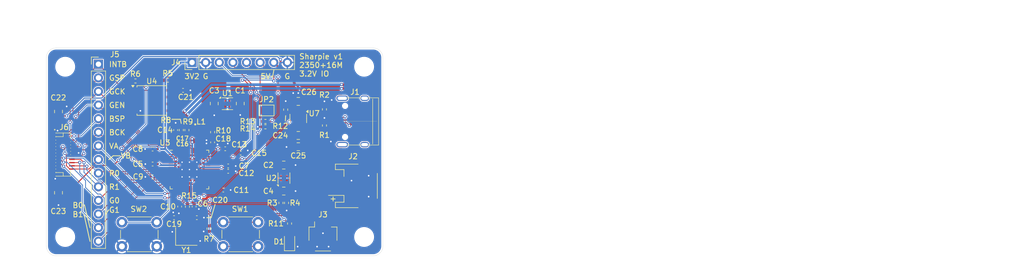
<source format=kicad_pcb>
(kicad_pcb (version 20241229) (generator "pcbnew") (generator_version "9.0")
  (layers (0 "F.Cu" signal) (2 "B.Cu" signal) (13 "F.Paste" user) (15 "B.Paste" user) (5 "F.SilkS" user "F.Silkscreen") (7 "B.SilkS" user "B.Silkscreen") (1 "F.Mask" user) (3 "B.Mask" user) (25 "Edge.Cuts" user))
  (net 0 "")
  (net 1 "GND")
  (net 2 "VCC")
  (net 3 "+3.3V")
  (net 4 "+3.2V")
  (net 5 "+1V1")
  (net 6 "Net-(U3-VREG_AVDD)")
  (net 7 "/MCU/XIN")
  (net 8 "Net-(C20-Pad2)")
  (net 9 "+5V")
  (net 10 "Net-(U7-C-)")
  (net 11 "Net-(U7-C+)")
  (net 12 "Net-(D1-A)")
  (net 13 "/MCU/SWCLK")
  (net 14 "/MCU/SWDIO")
  (net 15 "Net-(J1-CC1)")
  (net 16 "D+")
  (net 17 "Net-(J1-CC2)")
  (net 18 "D-")
  (net 21 "/MCU/EX_B4")
  (net 23 "/MCU/EX_B6")
  (net 26 "/MCU/EX_B5")
  (net 27 "/MCU/EX_B7")
  (net 29 "GEN")
  (net 30 "R1")
  (net 32 "VA")
  (net 33 "G0")
  (net 34 "GSP")
  (net 35 "GCK")
  (net 36 "VB_VCOM")
  (net 37 "B1")
  (net 38 "INTB")
  (net 39 "BCK")
  (net 41 "G1")
  (net 42 "BSP")
  (net 43 "B0")
  (net 44 "R0")
  (net 45 "Net-(JP2-B)")
  (net 46 "Net-(U3-VREG_LX)")
  (net 47 "Net-(U2-FB)")
  (net 48 "/MCU/QSPI CS")
  (net 49 "Net-(R6-Pad1)")
  (net 50 "Net-(U3-RUN)")
  (net 51 "Net-(U3-USB_DP)")
  (net 52 "Net-(U3-USB_DM)")
  (net 53 "/MCU/User LED")
  (net 54 "5V EN")
  (net 55 "/MCU/XOUT")
  (net 56 "Net-(R7-Pad1)")
  (net 60 "unconnected-(U3-GPIO23-Pad35)")
  (net 61 "/MCU/QSPI CLK")
  (net 63 "/MCU/QSPI SD1")
  (net 64 "/MCU/QSPI SD3")
  (net 65 "/MCU/QSPI SD0")
  (net 68 "/MCU/QSPI SD2")
  (footprint "Package_SO:SOIC-8_5.3x5.3mm_P1.27mm" (layer "F.Cu") (at 40.075 33.255)
    (property "Reference" "U4")
    (property "Value" "W25Q128JVS")
  )
  (footprint "Sharpie:RP2350-QFN-60-1EP_7x7_P0.4mm_EP3.4x3.4mm_ThermalVias" (layer "F.Cu") (at 47.1 46.135)
    (property "Reference" "U3")
    (property "Value" "RP2350_60QFN")
  )
  (footprint "Capacitor_SMD:C_0402_1005Metric" (layer "F.Cu") (at 45.275 53.04 -90)
    (property "Reference" "C10")
    (property "Value" "100n")
  )
  (footprint "Resistor_SMD:R_0402_1005Metric" (layer "F.Cu") (at 46.625 38.77 90)
    (property "Reference" "R9")
    (property "Value" "27")
  )
  (footprint "Sharpie:L_pol_2016" (layer "F.Cu") (at 49.075 39.01)
    (property "Reference" "L1")
    (property "Value" "3.3u")
  )
  (footprint "Resistor_SMD:R_0402_1005Metric" (layer "F.Cu") (at 72.275 34.91 90)
    (property "Reference" "R2")
    (property "Value" "5.1K")
  )
  (footprint "Resistor_SMD:R_0402_1005Metric" (layer "F.Cu") (at 64.1625 52.3575 90)
    (property "Reference" "R3")
    (property "Value" "1.62M")
  )
  (footprint "Capacitor_SMD:C_0805_2012Metric" (layer "F.Cu") (at 56.575 33.8225 -90)
    (property "Reference" "C1")
    (property "Value" "1u X7R")
  )
  (footprint "Capacitor_SMD:C_0402_1005Metric" (layer "F.Cu") (at 56.645 43.06)
    (property "Reference" "C15")
    (property "Value" "100n")
  )
  (footprint "Connector_PinHeader_2.54mm:PinHeader_1x14_P2.54mm_Vertical" (layer "F.Cu") (at 30.125 26.485)
    (property "Reference" "J5")
    (property "Value" "Conn_01x14")
  )
  (footprint "Capacitor_SMD:C_0402_1005Metric" (layer "F.Cu") (at 53.405 49.96)
    (property "Reference" "C11")
    (property "Value" "100n")
  )
  (footprint "Capacitor_SMD:C_0402_1005Metric" (layer "F.Cu") (at 48.475 55.11 180)
    (property "Reference" "C20")
    (property "Value" "15p")
  )
  (footprint "Capacitor_SMD:C_0402_1005Metric" (layer "F.Cu") (at 44.525 38.77 90)
    (property "Reference" "C14")
    (property "Value" "100n")
  )
  (footprint "Capacitor_SMD:C_0805_2012Metric" (layer "F.Cu") (at 22.675 50.46 -90)
    (property "Reference" "C23")
    (property "Value" "1u X7R")
  )
  (footprint "Resistor_SMD:R_0402_1005Metric" (layer "F.Cu") (at 37.025 29.61 180)
    (property "Reference" "R6")
    (property "Value" "1k")
  )
  (footprint "Capacitor_SMD:C_0402_1005Metric" (layer "F.Cu") (at 45.905 31.36)
    (property "Reference" "C21")
    (property "Value" "100n")
  )
  (footprint "Capacitor_SMD:C_0402_1005Metric" (layer "F.Cu") (at 47.975 53.04 -90)
    (property "Reference" "C6")
    (property "Value" "4.7u")
  )
  (footprint "Resistor_SMD:R_0402_1005Metric" (layer "F.Cu") (at 72.275 37.92 90)
    (property "Reference" "R1")
    (property "Value" "5.1K")
  )
  (footprint "Sharpie:C_0402_1005Metric_small_pads" (layer "F.Cu") (at 49.075 41.51)
    (property "Reference" "C16")
    (property "Value" "4.7u")
  )
  (footprint "MountingHole:MountingHole_3.2mm_M3" (layer "F.Cu") (at 79.675 26.96)
    (property "Reference" "H2" (hide yes))
    (property "Value" "MountingHole")
  )
  (footprint "Connector_JST:JST_SH_SM03B-SRSS-TB_1x03-1MP_P1.00mm_Horizontal" (layer "F.Cu") (at 72 58.635)
    (property "Reference" "J3")
    (property "Value" "Conn_01x03_MountingPin")
  )
  (footprint "Resistor_SMD:R_0402_1005Metric" (layer "F.Cu") (at 50.75 57.16 -90)
    (property "Reference" "R7")
    (property "Value" "1k")
  )
  (footprint "Capacitor_SMD:C_0805_2012Metric" (layer "F.Cu") (at 64.6875 45.2975)
    (property "Reference" "C2")
    (property "Value" "1u X7R")
  )
  (footprint "Connector_JST:JST_PH_S2B-PH-SM4-TB_1x02-1MP_P2.00mm_Horizontal" (layer "F.Cu") (at 77.625 49.185 90)
    (property "Reference" "J2")
    (property "Value" "Conn_01x02_MountingPin")
  )
  (footprint "Sharpie:FPC-SMD_21P-P0.30-503566-2102" (layer "F.Cu") (at 23.695 43.34 -90)
    (property "Reference" "J6")
    (property "Value" "LS021B7DD02")
  )
  (footprint "MountingHole:MountingHole_3.2mm_M3" (layer "F.Cu") (at 79.675 58.71)
    (property "Reference" "H4" (hide yes))
    (property "Value" "MountingHole")
  )
  (footprint "Capacitor_SMD:C_0805_2012Metric" (layer "F.Cu") (at 67.399999 41.8725 180)
    (property "Reference" "C25")
    (property "Value" "10u X7R")
  )
  (footprint "Resistor_SMD:R_0402_1005Metric" (layer "F.Cu") (at 43.05 29.46 180)
    (property "Reference" "R5")
    (property "Value" "10k")
  )
  (footprint "Resistor_SMD:R_0402_1005Metric" (layer "F.Cu") (at 65.2125 52.3575 -90)
    (property "Reference" "R4")
    (property "Value" "1.02M")
  )
  (footprint "Capacitor_SMD:C_0805_2012Metric" (layer "F.Cu") (at 51.725 33.8225 -90)
    (property "Reference" "C3")
    (property "Value" "2.2u X7R")
  )
  (footprint "Button_Switch_THT:SW_PUSH_6mm" (layer "F.Cu") (at 41 60.46 180)
    (property "Reference" "SW2")
    (property "Value" "SW_Push_Cross")
  )
  (footprint "MountingHole:MountingHole_3.2mm_M3" (layer "F.Cu") (at 23.925 26.96)
    (property "Reference" "H1" (hide yes))
    (property "Value" "MountingHole")
  )
  (footprint "LED_SMD:LED_0805_2012Metric" (layer "F.Cu") (at 65.775 59.5925 90)
    (property "Reference" "D1")
    (property "Value" "LED")
  )
  (footprint "Resistor_SMD:R_0402_1005Metric" (layer "F.Cu") (at 61.265 37.16)
    (property "Reference" "R13")
    (property "Value" "33k")
  )
  (footprint "Capacitor_SMD:C_0805_2012Metric" (layer "F.Cu") (at 67.399999 33.4225 180)
    (property "Reference" "C26")
    (property "Value" "10u X7R")
  )
  (footprint "Package_TO_SOT_SMD:SOT-23-6" (layer "F.Cu") (at 67.399999 36.61 -90)
    (property "Reference" "U7")
    (property "Value" "AP3602A")
  )
  (footprint "Capacitor_SMD:C_0402_1005Metric" (layer "F.Cu") (at 40.225 45.11 180)
    (property "Reference" "C5")
    (property "Value" "100n")
  )
  (footprint "Resistor_SMD:R_0402_1005Metric" (layer "F.Cu") (at 61.265 38.16 180)
    (property "Reference" "R14")
    (property "Value" "47k")
  )
  (footprint "Resistor_SMD:R_0402_1005Metric" (layer "F.Cu") (at 51.425 39.16 -90)
    (property "Reference" "R10")
    (property "Value" "33")
  )
  (footprint "Capacitor_SMD:C_0402_1005Metric" (layer "F.Cu") (at 53.775 42.26)
    (property "Reference" "C13")
    (property "Value" "100n")
  )
  (footprint "Resistor_SMD:R_0402_1005Metric" (layer "F.Cu") (at 65.775 56.205 -90)
    (property "Reference" "R11")
    (property "Value" "510")
  )
  (footprint "MountingHole:MountingHole_3.2mm_M3" (layer "F.Cu") (at 23.925 58.71)
    (property "Reference" "H3" (hide yes))
    (property "Value" "MountingHole")
  )
  (footprint "Sharpie:C_0402_1005Metric_small_pads" (layer "F.Cu") (at 49.075 40.56)
    (property "Reference" "C17")
    (property "Value" "4.7u")
  )
  (footprint "Resistor_SMD:R_0402_1005Metric" (layer "F.Cu") (at 45.575 38.77 90)
    (property "Reference" "R8")
    (property "Value" "27")
  )
  (footprint "Resistor_SMD:R_0402_1005Metric" (layer "F.Cu") (at 46.725 53.06 90)
    (property "Reference" "R15")
    (property "Value" "1k")
  )
  (footprint "Crystal:Crystal_SMD_3225-4Pin_3.2x2.5mm" (layer "F.Cu") (at 46.525 58.61)
    (property "Reference" "Y1")
    (property "Value" "Crystal_GND24")
  )
  (footprint "Capacitor_SMD:C_0402_1005Metric" (layer "F.Cu") (at 51.425 41.06 -90)
    (property "Reference" "C18")
    (property "Value" "4.7u")
  )
  (footprint "Capacitor_SMD:C_0805_2012Metric" (layer "F.Cu") (at 22.675 35.31 90)
    (property "Reference" "C22")
    (property "Value" "1u X7R")
  )
  (footprint "Capacitor_SMD:C_0402_1005Metric" (layer "F.Cu") (at 54.325 46.46)
    (property "Reference" "C12")
    (property "Value" "100n")
  )
  (footprint "Sharpie:TYPE-C-31-M-12" (layer "F.Cu") (at 79.775 37.16 90)
    (property "Reference" "J1")
    (property "Value" "~")
  )
  (footprint "Capacitor_SMD:C_0402_1005Metric" (layer "F.Cu") (at 40.225 47.51 180)
    (property "Reference" "C9")
    (property "Value" "100n")
  )
  (footprint "Package_SON:WSON-6-1EP_2x2mm_P0.65mm_EP1x1.6mm_ThermalVias" (layer "F.Cu") (at 54.1875 33.86)
    (property "Reference" "U1")
    (property "Value" "TPS7A2533")
  )
  (footprint "Resistor_SMD:R_0402_1005Metric" (layer "F.Cu") (at 65.049999 34.9625 90)
    (property "Reference" "R12")
    (property "Value" "100k")
  )
  (footprint "Capacitor_SMD:C_0402_1005Metric" (layer "F.Cu") (at 54.325 45.46)
    (property "Reference" "C7")
    (property "Value" "100n")
  )
  (footprint "Capacitor_SMD:C_0402_1005Metric" (layer "F.Cu") (at 44.225 55.11)
    (property "Reference" "C19")
    (property "Value" "15p")
  )
  (footprint "Connector_PinHeader_2.54mm:PinHeader_1x08_P2.54mm_Vertical" (layer "F.Cu") (at 47.585 26.16 90)
    (property "Reference" "J4")
    (property "Value" "Conn_01x08")
  )
  (footprint "Capacitor_SMD:C_0805_2012Metric" (layer "F.Cu") (at 67.399999 39.7725 180)
    (property "Reference" "C24")
    (property "Value" "1u X7R")
  )
  (footprint "Jumper:SolderJumper-2_P1.3mm_Bridged_Pad1.0x1.5mm" (layer "F.Cu") (at 61.475 35.11 180)
    (property "Reference" "JP2")
    (property "Value" "BatteryVoltageJumper")
  )
  (footprint "Capacitor_SMD:C_0805_2012Metric" (layer "F.Cu") (at 64.6875 50.1475)
    (property "Reference" "C4")
    (property "Value" "2.2u X7R")
  )
  (footprint "Button_Switch_THT:SW_PUSH_6mm" (layer "F.Cu") (at 53.4 55.96)
    (property "Reference" "SW1")
    (property "Value" "SW_Push_Cross")
  )
  (footprint "Package_SON:WSON-6-1EP_2x2mm_P0.65mm_EP1x1.6mm_ThermalVias" (layer "F.Cu") (at 64.725 47.735 90)
    (property "Reference" "U2")
    (property "Value" "TPS7A2501")
  )
  (footprint "Capacitor_SMD:C_0402_1005Metric" (layer "F.Cu") (at 40.225 42.31 180)
    (property "Reference" "C8")
    (property "Value" "100n")
  )
  (gr_line (start 50.35 55.11) (end 51.15 55.11) (stroke (width 0.16)) (layer "F.SilkS"))
  (gr_line (start 45.4 36.76) (end 43.825 36.76) (stroke (width 0.16)) (layer "F.SilkS"))
  (gr_line (start 62.625 28.785) (end 62.85 27.535) (stroke (width 0.16)) (layer "F.SilkS"))
  (gr_line (start 45.575 37.535) (end 45.4 36.76) (stroke (width 0.16)) (layer "F.SilkS"))
  (gr_line (start 62.35 28.785) (end 62.625 28.785) (stroke (width 0.16)) (layer "F.SilkS"))
  (gr_line (start 32.025 53.66) (end 31.475 54.4725) (stroke (width 0.16)) (layer "F.SilkS"))
  (gr_line (start 27.525 52.76) (end 27.425 52.76) (stroke (width 0.16)) (layer "F.SilkS"))
  (gr_line (start 51.15 55.11) (end 51.875 52.66) (stroke (width 0.16)) (layer "F.SilkS"))
  (gr_line (start 32.05 44.285) (end 32.875 43.56) (stroke (width 0.16)) (layer "F.SilkS"))
  (gr_line (start 64.975 37.06) (end 65.05 36.085) (stroke (width 0.16)) (layer "F.SilkS"))
  (gr_line (start 27.425 54.46) (end 28.55 59.525) (stroke (width 0.16)) (layer "F.SilkS"))
  (gr_line (start 27.525 52.76) (end 28.55 56.985) (stroke (width 0.16)) (layer "F.SilkS"))
  (gr_line (start 32.875 43.56) (end 34.175 43.56) (stroke (width 0.16)) (layer "F.SilkS"))
  (gr_arc (start 83.175 60.41) (mid 82.647792 61.682792) (end 81.375 62.21) (stroke (width 0.05)) (layer "Edge.Cuts"))
  (gr_line (start 83.175 25.26) (end 83.175 60.41) (stroke (width 0.05)) (layer "Edge.Cuts"))
  (gr_line (start 20.425 60.41) (end 20.422792 25.257792) (stroke (width 0.05)) (layer "Edge.Cuts"))
  (gr_arc (start 20.422792 25.257792) (mid 20.95 23.985) (end 22.222792 23.457792) (stroke (width 0.05)) (layer "Edge.Cuts"))
  (gr_arc (start 81.375 23.46) (mid 82.647792 23.987208) (end 83.175 25.26) (stroke (width 0.05)) (layer "Edge.Cuts"))
  (gr_line (start 22.222792 23.457792) (end 81.375 23.46) (stroke (width 0.05)) (layer "Edge.Cuts"))
  (gr_line (start 81.375 62.21) (end 22.225 62.21) (stroke (width 0.05)) (layer "Edge.Cuts"))
  (gr_arc (start 22.225 62.21) (mid 20.952208 61.682792) (end 20.425 60.41) (stroke (width 0.05)) (layer "Edge.Cuts"))
  (gr_text "R0" (at 32.025 47.4192 0) (layer "F.SilkS") (effects (font (size 1 1) (thickness 0.16)) (justify left bottom)))
  (gr_text "B1" (at 25.225 55.085 0) (layer "F.SilkS") (effects (font (size 1 1) (thickness 0.16)) (justify left bottom)))
  (gr_text "B0" (at 25.225 53.385 0) (layer "F.SilkS") (effects (font (size 1 1) (thickness 0.16)) (justify left bottom)))
  (gr_text "VA" (at 32.025 42.3392 0) (layer "F.SilkS") (effects (font (size 1 1) (thickness 0.16)) (justify left bottom)))
  (gr_text "GSP" (at 32.025 29.6392 0) (layer "F.SilkS") (effects (font (size 1 1) (thickness 0.16)) (justify left bottom)))
  (gr_text "BSP" (at 32.025 37.2592 0) (layer "F.SilkS") (effects (font (size 1 1) (thickness 0.16)) (justify left bottom)))
  (gr_text "G" (at 49.5 29.335 0) (layer "F.SilkS") (effects (font (size 1 1) (thickness 0.16)) (justify left bottom)))
  (gr_text "INTB" (at 32.025 27.0992 0) (layer "F.SilkS") (effects (font (size 1 1) (thickness 0.16)) (justify left bottom)))
  (gr_text "GEN" (at 32.025 34.7192 0) (layer "F.SilkS") (effects (font (size 1 1) (thickness 0.16)) (justify left bottom)))
  (gr_text "VB" (at 34.2 44.135 0) (layer "F.SilkS") (effects (font (size 1 1) (thickness 0.16)) (justify left bottom)))
  (gr_text "Sharpie v1\n2350+16M\n3.2V IO" (at 67.5 28.86 0) (layer "F.SilkS") (effects (font (size 1 1) (thickness 0.16)) (justify left bottom)))
  (gr_text "G0" (at 32.025 52.4992 0) (layer "F.SilkS") (effects (font (size 1 1) (thickness 0.16)) (justify left bottom)))
  (gr_text "G1" (at 32.025 54.26 0) (layer "F.SilkS") (effects (font (size 1 1) (thickness 0.16)) (justify left bottom)))
  (gr_text "3V2" (at 46.079048 29.335 0) (layer "F.SilkS") (effects (font (size 1 1) (thickness 0.16)) (justify left bottom)))
  (gr_text "5V" (at 60.275 29.335 0) (layer "F.SilkS") (effects (font (size 1 1) (thickness 0.16)) (justify left bottom)))
  (gr_text "G" (at 64.74 29.335 0) (layer "F.SilkS") (effects (font (size 1 1) (thickness 0.16)) (justify left bottom)))
  (gr_text "+" (at 73.175 52.125 0) (layer "F.SilkS") (effects (font (size 1 1)) (justify left bottom)))
  (gr_text "GCK" (at 32.025 32.1792 0) (layer "F.SilkS") (effects (font (size 1 1) (thickness 0.16)) (justify left bottom)))
  (gr_text "R1" (at 32.025 49.9592 0) (layer "F.SilkS") (effects (font (size 1 1) (thickness 0.16)) (justify left bottom)))
  (gr_text "BCK" (at 32.025 39.7992 0) (layer "F.SilkS") (effects (font (size 1 1) (thickness 0.16)) (justify left bottom)))
  (segment (start 22.0825 39.2925) (end 22.5 38.875) (width 0.2) (layer "F.Cu") (net 1))
  (segment (start 38.875 45.11) (end 39.745 45.11) (width 0.35) (layer "F.Cu") (net 1))
  (segment (start 38.825 42.31) (end 39.745 42.31) (width 0.35) (layer "F.Cu") (net 1))
  (segment (start 22.675 51.41) (end 22.675 52.76) (width 0.35) (layer "F.Cu") (net 1))
  (segment (start 74.3 40.91) (end 74.675 40.535) (width 0.35) (layer "F.Cu") (net 1))
  (segment (start 22.675 34.36) (end 24.2 34.36) (width 0.35) (layer "F.Cu") (net 1))
  (segment (start 57.125 43.06) (end 57.49 43.06) (width 0.35) (layer "F.Cu") (net 1))
  (segment (start 54.805 46.46) (end 55.715 46.46) (width 0.35) (layer "F.Cu") (net 1))
  (segment (start 51.725 34.7725) (end 51.725 36.01) (width 0.35) (layer "F.Cu") (net 1))
  (segment (start 64.725 46.8475) (end 64.725 47.735) (width 0.35) (layer "F.Cu") (net 1))
  (segment (start 54.255 42.26) (end 54.255 41.28) (width 0.35) (layer "F.Cu") (net 1))
  (segment (start 65.049999 34.4525) (end 65.049999 33.3725) (width 0.35) (layer "F.Cu") (net 1))
  (segment (start 22.0825 47.05) (end 22.0825 47.8425) (width 0.2) (layer "F.Cu") (net 1))
  (segment (start 44.525 38.29) (end 44.525 37.425) (width 0.35) (layer "F.Cu") (net 1))
  (segment (start 51.425 41.54) (end 52.235 41.54) (width 0.35) (layer "F.Cu") (net 1))
  (segment (start 46.385 31.36) (end 47.275 31.36) (width 0.35) (layer "F.Cu") (net 1))
  (segment (start 56.575 34.7725) (end 56.575 35.96) (width 0.35) (layer "F.Cu") (net 1))
  (segment (start 72 56.635) (end 72 58.01) (width 0.35) (layer "F.Cu") (net 1))
  (segment (start 50.75 57.67) (end 49.755 57.67) (width 0.35) (layer "F.Cu") (net 1))
  (segment (start 43.745 55.11) (end 43.745 54.455) (width 0.35) (layer "F.Cu") (net 1))
  (segment (start 48.83 53.52) (end 48.85 53.5) (width 0.35) (layer "F.Cu") (net 1))
  (segment (start 65.249999 41.8725) (end 65.199999 41.9225) (width 0.35) (layer "F.Cu") (net 1))
  (segment (start 80.525 52.535) (end 80.525 51.185) (width 0.35) (layer "F.Cu") (net 1))
  (segment (start 67.25 60.53) (end 67.275 60.505) (width 0.35) (layer "F.Cu") (net 1))
  (segment (start 67.399999 35.4725) (end 67.399999 31.8725) (width 0.35) (layer "F.Cu") (net 1))
  (segment (start 43.91 57.76) (end 43.9 57.75) (width 0.35) (layer "F.Cu") (net 1))
  (segment (start 74.05 33.16) (end 74.675 33.785) (width 0.35) (layer "F.Cu") (net 1))
  (segment (start 55.71 45.46) (end 55.725 45.475) (width 0.35) (layer "F.Cu") (net 1))
  (segment (start 37.935 35.16) (end 37.95 35.175) (width 0.35) (layer "F.Cu") (net 1))
  (segment (start 38.875 47.51) (end 39.745 47.51) (width 0.35) (layer "F.Cu") (net 1))
  (segment (start 60.755 38.16) (end 59.825 38.16) (width 0.35) (layer "F.Cu") (net 1))
  (segment (start 65.2125 52.8675) (end 65.2125 53.76) (width 0.25) (layer "F.Cu") (net 1))
  (segment (start 45.425 57.76) (end 43.91 57.76) (width 0.35) (layer "F.Cu") (net 1))
  (segment (start 74.775 48.185) (end 77.31 48.185) (width 0.35) (layer "F.Cu") (net 1))
  (segment (start 73.475 40.91) (end 74.3 40.91) (width 0.35) (layer "F.Cu") (net 1))
  (segment (start 54.805 45.46) (end 55.71 45.46) (width 0.35) (layer "F.Cu") (net 1))
  (segment (start 25.175 43.04) (end 26.42 43.04) (width 0.15) (layer "F.Cu") (net 1))
  (segment (start 26.42 43.04) (end 26.425 43.035) (width 0.15) (layer "F.Cu") (net 1))
  (segment (start 65.375 48.385) (end 64.725 47.735) (width 0.35) (layer "F.Cu") (net 1))
  (segment (start 43.745 54.455) (end 44.075 54.125) (width 0.35) (layer "F.Cu") (net 1))
  (segment (start 45.275 53.52) (end 45.275 54.15) (width 0.35) (layer "F.Cu") (net 1))
  (segment (start 54.255 41.28) (end 54.25 41.275) (width 0.35) (layer "F.Cu") (net 1))
  (segment (start 49.09 59.46) (end 49.1 59.45) (width 0.35) (layer "F.Cu") (net 1))
  (segment (start 53.3 34.51) (end 53.5375 34.51) (width 0.35) (layer "F.Cu") (net 1))
  (segment (start 69.7 60.51) (end 70.9 60.51) (width 0.35) (layer "F.Cu") (net 1))
  (segment (start 22.0825 39.63) (end 22.0825 39.2925) (width 0.2) (layer "F.Cu") (net 1))
  (segment (start 47.625 59.46) (end 49.09 59.46) (width 0.35) (layer "F.Cu") (net 1))
  (segment (start 45.275 54.15) (end 45.125 54.3) (width 0.35) (layer "F.Cu") (net 1))
  (segment (start 73.625 33.16) (end 74.05 33.16) (width 0.35) (layer "F.Cu") (net 1))
  (segment (start 48.955 55.11) (end 49.79 55.11) (width 0.35) (layer "F.Cu") (net 1))
  (segment (start 22.0825 47.8425) (end 22.075 47.85) (width 0.2) (layer "F.Cu") (net 1))
  (segment (start 66.449999 33.4225) (end 66.449999 31.8725) (width 0.35) (layer "F.Cu") (net 1))
  (segment (start 65.775 60.53) (end 67.25 60.53) (width 0.35) (layer "F.Cu") (net 1))
  (segment (start 55.715 46.46) (end 55.725 46.45) (width 0.35) (layer "F.Cu") (net 1))
  (segment (start 49.755 57.67) (end 49.75 57.675) (width 0.35) (layer "F.Cu") (net 1))
  (segment (start 53.5375 34.51) (end 54.1875 33.86) (width 0.35) (layer "F.Cu") (net 1))
  (segment (start 72.275 37.41) (end 72.275 36.51) (width 0.35) (layer "F.Cu") (net 1))
  (segment (start 65.2125 53.76) (end 65.225 53.7725) (width 0.25) (layer "F.Cu") (net 1))
  (segment (start 52.235 41.54) (end 52.325 41.45) (width 0.35) (layer "F.Cu") (net 1))
  (segment (start 80.525 45.835) (end 80.525 47.285) (width 0.35) (layer "F.Cu") (net 1))
  (segment (start 65.6375 45.2975) (end 66.8875 45.2975) (width 0.35) (layer "F.Cu") (net 1))
  (segment (start 57.49 43.06) (end 57.975 42.575) (width 0.35) (layer "F.Cu") (net 1))
  (segment (start 54.765 49.96) (end 54.775 49.95) (width 0.35) (layer "F.Cu") (net 1))
  (segment (start 66.449999 41.8725) (end 65.249999 41.8725) (width 0.35) (layer "F.Cu") (net 1))
  (segment (start 65.375 48.6225) (end 65.375 48.385) (width 0.35) (layer "F.Cu") (net 1))
  (segment (start 55.075 33.86) (end 54.1875 33.86) (width 0.35) (layer "F.Cu") (net 1))
  (segment (start 53.885 49.96) (end 54.765 49.96) (width 0.35) (layer "F.Cu") (net 1))
  (segment (start 72.275 34.4) (end 72.275 33.41) (width 0.35) (layer "F.Cu") (net 1))
  (segment (start 77.31 48.185) (end 77.325 48.2) (width 0.35) (layer "F.Cu") (net 1))
  (segment (start 49.79 55.11) (end 49.8 55.1) (width 0.35) (layer "F.Cu") (net 1))
  (segment (start 65.6375 50.1475) (end 66.8875 50.1475) (width 0.35) (layer "F.Cu") (net 1))
  (segment (start 74.3 60.51) (end 73.05 60.51) (width 0.35) (layer "F.Cu") (net 1))
  (segment (start 36.4875 35.16) (end 37.935 35.16) (width 0.35) (layer "F.Cu") (net 1))
  (segment (start 47.975 53.52) (end 48.83 53.52) (width 0.35) (layer "F.Cu") (net 1))
  (via (at 49.8 55.1) (size 0.6) (drill 0.3) (layers "F.Cu" "B.Cu") (net 1))
  (via (at 65.225 53.7725) (size 0.6) (drill 0.3) (layers "F.Cu" "B.Cu") (net 1))
  (via (at 80.525 47.285) (size 0.6) (drill 0.3) (layers "F.Cu" "B.Cu") (net 1))
  (via (at 73.05 60.51) (size 0.6) (drill 0.3) (layers "F.Cu" "B.Cu") (net 1))
  (via (at 66.8875 45.2975) (size 0.6) (drill 0.3) (layers "F.Cu" "B.Cu") (net 1))
  (via (at 38.825 42.31) (size 0.6) (drill 0.3) (layers "F.Cu" "B.Cu") (net 1))
  (via (at 44.525 37.425) (size 0.6) (drill 0.3) (layers "F.Cu" "B.Cu") (net 1))
  (via (at 65.049999 33.3725) (size 0.6) (drill 0.3) (layers "F.Cu" "B.Cu") (net 1))
  (via (at 66.449999 31.8725) (size 0.6) (drill 0.3) (layers "F.Cu" "B.Cu") (net 1))
  (via (at 49.75 57.675) (size 0.6) (drill 0.3) (layers "F.Cu" "B.Cu") (net 1))
  (via (at 44.075 54.125) (size 0.6) (drill 0.3) (layers "F.Cu" "B.Cu") (net 1))
  (via (at 38.875 45.11) (size 0.6) (drill 0.3) (layers "F.Cu" "B.Cu") (net 1))
  (via (at 73.475 40.91) (size 0.6) (drill 0.3) (layers "F.Cu" "B.Cu") (net 1))
  (via (at 47.275 31.36) (size 0.6) (drill 0.3) (layers "F.Cu" "B.Cu") (net 1))
  (via (at 80.525 51.185) (size 0.6) (drill 0.3) (layers "F.Cu" "B.Cu") (net 1))
  (via (at 73.625 33.16) (size 0.6) (drill 0.3) (layers "F.Cu" "B.Cu") (net 1))
  (via (at 55.725 45.475) (size 0.6) (drill 0.3) (layers "F.Cu" "B.Cu") (net 1))
  (via (at 50.275 40.66) (size 0.6) (drill 0.3) (layers "F.Cu" "B.Cu") (net 1))
  (via (at 38.875 47.51) (size 0.6) (drill 0.3) (layers "F.Cu" "B.Cu") (net 1))
  (via (at 24.2 34.36) (size 0.6) (drill 0.3) (layers "F.Cu" "B.Cu") (net 1))
  (via (at 72.275 36.51) (size 0.6) (drill 0.3) (layers "F.Cu" "B.Cu") (net 1))
  (via (at 50.275 41.26) (size 0.6) (drill 0.3) (layers "F.Cu" "B.Cu") (net 1))
  (via (at 57.975 42.575) (size 0.6) (drill 0.3) (layers "F.Cu" "B.Cu") (net 1))
  (via (at 22.075 47.85) (size 0.6) (drill 0.3) (layers "F.Cu" "B.Cu") (net 1))
  (via (at 77.325 48.2) (size 0.6) (drill 0.3) (layers "F.Cu" "B.Cu") (net 1))
  (via (at 67.275 60.505) (size 0.6) (drill 0.3) (layers "F.Cu" "B.Cu") (net 1))
  (via (at 65.199999 41.9225) (size 0.6) (drill 0.3) (layers "F.Cu" "B.Cu") (net 1))
  (via (at 49.1 59.45) (size 0.6) (drill 0.3) (layers "F.Cu" "B.Cu") (net 1))
  (via (at 67.399999 31.8725) (size 0.6) (drill 0.3) (layers "F.Cu" "B.Cu") (net 1))
  (via (at 52.325 41.45) (size 0.6) (drill 0.3) (layers "F.Cu" "B.Cu") (net 1))
  (via (at 22.5 38.875) (size 0.6) (drill 0.3) (layers "F.Cu" "B.Cu") (net 1))
  (via (at 45.125 54.3) (size 0.6) (drill 0.3) (layers "F.Cu" "B.Cu") (net 1))
  (via (at 66.8875 50.1475) (size 0.6) (drill 0.3) (layers "F.Cu" "B.Cu") (net 1))
  (via (at 26.425 43.035) (size 0.6) (drill 0.3) (layers "F.Cu" "B.Cu") (net 1))
  (via (at 72.275 33.41) (size 0.6) (drill 0.3) (layers "F.Cu" "B.Cu") (net 1))
  (via (at 72 58.01) (size 0.6) (drill 0.3) (layers "F.Cu" "B.Cu") (net 1))
  (via (at 56.575 35.96) (size 0.6) (drill 0.3) (layers "F.Cu" "B.Cu") (net 1))
  (via (at 22.675 52.76) (size 0.6) (drill 0.3) (layers "F.Cu" "B.Cu") (net 1))
  (via (at 48.85 53.5) (size 0.6) (drill 0.3) (layers "F.Cu" "B.Cu") (net 1))
  (via (at 54.25 41.275) (size 0.6) (drill 0.3) (layers "F.Cu" "B.Cu") (net 1))
  (via (at 37.95 35.175) (size 0.6) (drill 0.3) (layers "F.Cu" "B.Cu") (net 1))
  (via (at 59.825 38.16) (size 0.6) (drill 0.3) (layers "F.Cu" "B.Cu") (net 1))
  (via (at 43.9 57.75) (size 0.6) (drill 0.3) (layers "F.Cu" "B.Cu") (net 1))
  (via (at 54.775 49.95) (size 0.6) (drill 0.3) (layers "F.Cu" "B.Cu") (net 1))
  (via (at 51.725 36.01) (size 0.6) (drill 0.3) (layers "F.Cu" "B.Cu") (net 1))
  (via (at 70.9 60.51) (size 0.6) (drill 0.3) (layers "F.Cu" "B.Cu") (net 1))
  (via (at 55.725 46.45) (size 0.6) (drill 0.3) (layers "F.Cu" "B.Cu") (net 1))
  (segment (start 47.1 42.272792) (end 46.681104 41.853896) (width 0.15) (layer "F.Cu") (net 3))
  (segment (start 45.415 31.35) (end 45.425 31.36) (width 0.25) (layer "F.Cu") (net 3))
  (segment (start 46.7 42.6975) (end 46.7 41.872792) (width 0.15) (layer "F.Cu") (net 3))
  (segment (start 46.7 41.872792) (end 46.681104 41.853896) (width 0.15) (layer "F.Cu") (net 3))
  (segment (start 56.165 43.21) (end 51.899264 43.21) (width 0.15) (layer "F.Cu") (net 3))
  (segment (start 46.681104 41.853896) (end 44.525 39.697792) (width 0.15) (layer "F.Cu") (net 3))
  (segment (start 44.525 39.697792) (end 44.525 39.25) (width 0.15) (layer "F.Cu") (net 3))
  (segment (start 51.374264 43.735) (end 50.5375 43.735) (width 0.15) (layer "F.Cu") (net 3))
  (segment (start 47.1 42.6975) (end 47.1 42.272792) (width 0.15) (layer "F.Cu") (net 3))
  (segment (start 51.899264 43.21) (end 51.374264 43.735) (width 0.15) (layer "F.Cu") (net 3))
  (segment (start 63.7375 50.1475) (end 63.7375 48.96) (width 0.35) (layer "F.Cu") (net 4))
  (segment (start 40.705 42.31) (end 41.525 42.31) (width 0.35) (layer "F.Cu") (net 4))
  (segment (start 52.697182 46.135) (end 53.022182 46.46) (width 0.2) (layer "F.Cu") (net 4))
  (segment (start 43.6625 47.335) (end 40.88 47.335) (width 0.2) (layer "F.Cu") (net 4))
  (segment (start 45.9 48.735) (end 45.925 48.71) (width 0.2) (layer "F.Cu") (net 4))
  (segment (start 29.48462 45.365) (end 25.33962 49.51) (width 0.2) (layer "F.Cu") (net 4))
  (segment (start 44.544006 44.263134) (end 44.544006 43.779006) (width 0.15) (layer "F.Cu") (net 4))
  (segment (start 22.675 49.51) (end 20.945 47.78) (width 0.2) (layer "F.Cu") (net 4))
  (segment (start 45.9 49.5725) (end 45.9 48.735) (width 0.2) (layer "F.Cu") (net 4))
  (segment (start 50.5375 46.135) (end 52.697182 46.135) (width 0.2) (layer "F.Cu") (net 4))
  (segment (start 50.5375 43.335) (end 51.6125 42.26) (width 0.2) (layer "F.Cu") (net 4))
  (segment (start 32.92 45.365) (end 29.48462 45.365) (width 0.2) (layer "F.Cu") (net 4))
  (segment (start 25.33962 49.51) (end 22.675 49.51) (width 0.2) (layer "F.Cu") (net 4))
  (segment (start 44.1 43.335) (end 43.6625 43.335) (width 0.15) (layer "F.Cu") (net 4))
  (segment (start 45.9 51.935) (end 45.9 49.5725) (width 0.2) (layer "F.Cu") (net 4))
  (segment (start 51.6125 42.26) (end 52.425 42.26) (width 0.2) (layer "F.Cu") (net 4))
  (segment (start 20.945 47.78) (end 20.945 42.865) (width 0.2) (layer "F.Cu") (net 4))
  (segment (start 43.6625 47.335) (end 44.5 47.335) (width 0.2) (layer "F.Cu") (net 4))
  (segment (start 22.475 42.74) (end 22.09 42.74) (width 0.2) (layer "F.Cu") (net 4))
  (segment (start 63.7375 48.96) (end 64.075 48.6225) (width 0.35) (layer "F.Cu") (net 4))
  (segment (start 49.9 49.5725) (end 50.2875 49.96) (width 0.2) (layer "F.Cu") (net 4))
  (segment (start 20.945 42.865) (end 21.07 42.74) (width 0.2) (layer "F.Cu") (net 4))
  (segment (start 33.875 44.41) (end 32.92 45.365) (width 0.2) (layer "F.Cu") (net 4))
  (segment (start 21.07 42.74) (end 22.015 42.74) (width 0.2) (layer "F.Cu") (net 4))
  (segment (start 50.2875 49.96) (end 52.925 49.96) (width 0.2) (layer "F.Cu") (net 4))
  (segment (start 45.275 52.56) (end 45.9 51.935) (width 0.2) (layer "F.Cu") (net 4))
  (segment (start 44.544006 43.779006) (end 44.1 43.335) (width 0.15) (layer "F.Cu") (net 4))
  (segment (start 53.022182 46.46) (end 53.845 46.46) (width 0.2) (layer "F.Cu") (net 4))
  (segment (start 52.425 42.26) (end 53.295 42.26) (width 0.2) (layer "F.Cu") (net 4))
  (segment (start 40.88 47.335) (end 40.705 47.51) (width 0.2) (layer "F.Cu") (net 4))
  (segment (start 44.5 47.335) (end 44.525 47.31) (width 0.2) (layer "F.Cu") (net 4))
  (via (at 52.425 42.26) (size 0.6) (drill 0.3) (layers "F.Cu" "B.Cu") (net 4))
  (via (at 41.525 42.31) (size 0.6) (drill 0.3) (layers "F.Cu" "B.Cu") (net 4))
  (via (at 49.65 44.521336) (size 0.6) (drill 0.3) (layers "F.Cu" "B.Cu") (net 4))
  (via (at 33.875 44.41) (size 0.6) (drill 0.3) (layers "F.Cu" "B.Cu") (net 4))
  (via (at 44.544006 44.263134) (size 0.6) (drill 0.3) (layers "F.Cu" "B.Cu") (net 4))
  (segment (start 45.525 26.16) (end 47.585 26.16) (width 0.35) (layer "B.Cu") (net 4))
  (segment (start 36.525 41.76) (end 40.975 41.76) (width 0.2) (layer "B.Cu") (net 4))
  (segment (start 42.590872 29.094128) (end 45.525 26.16) (width 0.35) (layer "B.Cu") (net 4))
  (segment (start 41.525 42.31) (end 42.590872 42.31) (width 0.35) (layer "B.Cu") (net 4))
  (segment (start 42.590872 42.31) (end 42.590872 29.094128) (width 0.35) (layer "B.Cu") (net 4))
  (segment (start 42.590872 42.31) (end 44.544006 44.263134) (width 0.35) (layer "B.Cu") (net 4))
  (segment (start 40.975 41.76) (end 41.525 42.31) (width 0.2) (layer "B.Cu") (net 4))
  (segment (start 50.163664 44.521336) (end 52.425 42.26) (width 0.25) (layer "B.Cu") (net 4))
  (segment (start 33.875 44.41) (end 36.525 41.76) (width 0.2) (layer "B.Cu") (net 4))
  (segment (start 49.65 44.521336) (end 50.163664 44.521336) (width 0.25) (layer "B.Cu") (net 4))
  (segment (start 41.675 45.11) (end 41.9 45.335) (width 0.2) (layer "F.Cu") (net 5))
  (segment (start 50.5375 45.735) (end 53.075 45.735) (width 0.2) (layer "F.Cu") (net 5))
  (segment (start 48.1 40.735) (end 48.125 40.71) (width 0.15) (layer "F.Cu") (net 5))
  (segment (start 53.57 45.735) (end 53.845 45.46) (width 0.2) (layer "F.Cu") (net 5))
  (segment (start 48.1 41.61) (end 48.1 40.735) (width 0.15) (layer "F.Cu") (net 5))
  (segment (start 48.3 42.2) (end 48.1 42) (width 0.15) (layer "F.Cu") (net 5))
  (segment (start 47.975 52.56) (end 47.375 51.96) (width 0.35) (layer "F.Cu") (net 5))
  (segment (start 53.075 45.735) (end 53.57 45.735) (width 0.2) (layer "F.Cu") (net 5))
  (segment (start 40.705 45.11) (end 41.525 45.11) (width 0.35) (layer "F.Cu") (net 5))
  (segment (start 48.3 42.6975) (end 48.3 42.2) (width 0.15) (layer "F.Cu") (net 5))
  (segment (start 47.1 51.685) (end 47.1 49.5725) (width 0.2) (layer "F.Cu") (net 5))
  (segment (start 48.1 42) (end 48.1 41.61) (width 0.15) (layer "F.Cu") (net 5))
  (segment (start 41.9 45.335) (end 43.6625 45.335) (width 0.2) (layer "F.Cu") (net 5))
  (segment (start 47.375 51.96) (end 47.1 51.685) (width 0.2) (layer "F.Cu") (net 5))
  (segment (start 41.525 45.11) (end 41.675 45.11) (width 0.2) (layer "F.Cu") (net 5))
  (via (at 47.673685 48.285) (size 0.6) (drill 0.3) (layers "F.Cu" "B.Cu") (net 5))
  (via (at 41.525 45.11) (size 0.6) (drill 0.3) (layers "F.Cu" "B.Cu") (net 5))
  (via (at 44.95 45.31) (size 0.6) (drill 0.3) (layers "F.Cu" "B.Cu") (net 5))
  (via (at 53.075 45.735) (size 0.6) (drill 0.3) (layers "F.Cu" "B.Cu") (net 5))
  (via (at 47.375 51.96) (size 0.6) (drill 0.3) (layers "F.Cu" "B.Cu") (net 5))
  (via (at 47.625 40.41) (size 0.6) (drill 0.3) (layers "F.Cu" "B.Cu") (net 5))
  (via (at 47.625 41.01) (size 0.6) (drill 0.3) (layers "F.Cu" "B.Cu") (net 5))
  (via (at 47.625 43.985) (size 0.6) (drill 0.3) (layers "F.Cu" "B.Cu") (net 5))
  (via (at 49.25 45.494349) (size 0.6) (drill 0.3) (layers "F.Cu" "B.Cu") (net 5))
  (segment (start 47.375 51.96) (end 47.375 48.583685) (width 0.35) (layer "B.Cu") (net 5))
  (segment (start 41.725 45.31) (end 44.95 45.31) (width 0.35) (layer "B.Cu") (net 5))
  (segment (start 47.625 40.41) (end 47.625 43.985) (width 0.35) (layer "B.Cu") (net 5))
  (segment (start 47.375 48.583685) (end 47.673685 48.285) (width 0.35) (layer "B.Cu") (net 5))
  (segment (start 53.075 45.735) (end 49.490651 45.735) (width 0.35) (layer "B.Cu") (net 5))
  (segment (start 49.490651 45.735) (end 49.25 45.494349) (width 0.35) (layer "B.Cu") (net 5))
  (segment (start 41.525 45.11) (end 41.725 45.31) (width 0.35) (layer "B.Cu") (net 5))
  (segment (start 50.8 41.205) (end 51.425 40.58) (width 0.15) (layer "F.Cu") (net 6))
  (segment (start 51.425 39.67) (end 51.425 40.58) (width 0.15) (layer "F.Cu") (net 6))
  (segment (start 49.9 42.6975) (end 50.8 41.7975) (width 0.15) (layer "F.Cu") (net 6))
  (segment (start 50.8 41.7975) (end 50.8 41.205) (width 0.15) (layer "F.Cu") (net 6))
  (segment (start 46.3 49.5725) (end 46.3 51.99462) (width 0.15) (layer "F.Cu") (net 7))
  (segment (start 45.975 54.31) (end 45.175 55.11) (width 0.15) (layer "F.Cu") (net 7))
  (segment (start 46.3 51.99462) (end 45.975 52.31962) (width 0.15) (layer "F.Cu") (net 7))
  (segment (start 46.35 58.535) (end 45.425 59.46) (width 0.15) (layer "F.Cu") (net 7))
  (segment (start 46.35 56.755) (end 46.35 58.535) (width 0.15) (layer "F.Cu") (net 7))
  (segment (start 45.975 52.31962) (end 45.975 54.31) (width 0.15) (layer "F.Cu") (net 7))
  (segment (start 44.705 55.11) (end 46.35 56.755) (width 0.15) (layer "F.Cu") (net 7))
  (segment (start 44.705 55.11) (end 44.705 54.920068) (width 0.15) (layer "F.Cu") (net 7))
  (segment (start 45.175 55.11) (end 44.705 55.11) (width 0.15) (layer "F.Cu") (net 7))
  (segment (start 47.995 57.39) (end 47.625 57.76) (width 0.15) (layer "F.Cu") (net 8))
  (segment (start 47.995 55.11) (end 47.995 57.39) (width 0.15) (layer "F.Cu") (net 8))
  (segment (start 46.725 53.57) (end 46.725 53.84) (width 0.15) (layer "F.Cu") (net 8))
  (segment (start 46.725 53.84) (end 47.995 55.11) (width 0.15) (layer "F.Cu") (net 8))
  (segment (start 64.7 28.035) (end 62.825 26.16) (width 0.35) (layer "F.Cu") (net 9))
  (segment (start 22.265 40.34) (end 21.755 40.34) (width 0.2) (layer "F.Cu") (net 9))
  (segment (start 22.015 40.34) (end 21.375 40.34) (width 0.15) (layer "F.Cu") (net 9))
  (segment (start 64.075 25.61) (end 64.075 27.41) (width 0.35) (layer "F.Cu") (net 9))
  (segment (start 68.349999 31.684999) (end 68.349999 33.4225) (width 0.35) (layer "F.Cu") (net 9))
  (segment (start 22.8 36.135) (end 22.675 36.26) (width 0.2) (layer "F.Cu") (net 9))
  (segment (start 20.945 40.205) (end 21.08 40.34) (width 0.2) (layer "F.Cu") (net 9))
  (segment (start 64.075 27.41) (end 64.7 28.035) (width 0.35) (layer "F.Cu") (net 9))
  (segment (start 64.7 28.035) (end 68.349999 31.684999) (width 0.35) (layer "F.Cu") (net 9))
  (segment (start 24.175 36.135) (end 22.8 36.135) (width 0.2) (layer "F.Cu") (net 9))
  (segment (start 21.08 40.34) (end 22.015 40.34) (width 0.2) (layer "F.Cu") (net 9))
  (segment (start 68.349999 33.4225) (end 68.349999 35.4725) (width 0.35) (layer "F.Cu") (net 9))
  (segment (start 22.675 36.26) (end 20.945 37.99) (width 0.2) (layer "F.Cu") (net 9))
  (segment (start 20.945 37.99) (end 20.945 40.205) (width 0.2) (layer "F.Cu") (net 9))
  (via (at 24.175 36.135) (size 0.6) (drill 0.3) (layers "F.Cu" "B.Cu") (net 9))
  (via (at 64.075 25.61) (size 0.6) (drill 0.3) (layers "F.Cu" "B.Cu") (net 9))
  (segment (start 64.075 25.61) (end 63.525 25.06) (width 0.2) (layer "B.Cu") (net 9))
  (segment (start 63.525 25.06) (end 38.475 25.06) (width 0.2) (layer "B.Cu") (net 9))
  (segment (start 27.5 32.81) (end 24.175 36.135) (width 0.2) (layer "B.Cu") (net 9))
  (segment (start 30.725 32.81) (end 27.5 32.81) (width 0.2) (layer "B.Cu") (net 9))
  (segment (start 38.475 25.06) (end 30.725 32.81) (width 0.2) (layer "B.Cu") (net 9))
  (segment (start 68.349999 39.7725) (end 68.349999 37.7475) (width 0.35) (layer "F.Cu") (net 10))
  (segment (start 66.449999 39.7725) (end 66.449999 37.7475) (width 0.35) (layer "F.Cu") (net 11))
  (segment (start 65.775 58.655) (end 65.775 56.715) (width 0.15) (layer "F.Cu") (net 12))
  (segment (start 50.990423 54.71) (end 47.5 51.219576) (width 0.2) (layer "F.Cu") (net 13))
  (segment (start 69.075 54.71) (end 50.990423 54.71) (width 0.2) (layer "F.Cu") (net 13))
  (segment (start 47.5 51.219576) (end 47.5 49.5725) (width 0.2) (layer "F.Cu") (net 13))
  (segment (start 71 56.635) (end 69.075 54.71) (width 0.2) (layer "F.Cu") (net 13))
  (segment (start 51.135398 54.36) (end 71.499999 54.36) (width 0.2) (layer "F.Cu") (net 14))
  (segment (start 47.9 51.124602) (end 51.135398 54.36) (width 0.2) (layer "F.Cu") (net 14))
  (segment (start 73 56.615158) (end 73 56.96) (width 0.2) (layer "F.Cu") (net 14))
  (segment (start 71.499999 54.36) (end 73 55.860001) (width 0.2) (layer "F.Cu") (net 14))
  (segment (start 73 55.860001) (end 73 56.635) (width 0.2) (layer "F.Cu") (net 14))
  (segment (start 47.9 49.5725) (end 47.9 51.124602) (width 0.2) (layer "F.Cu") (net 14))
  (segment (start 74.8325 38.43) (end 74.8525 38.41) (width 0.15) (layer "F.Cu") (net 15))
  (segment (start 72.275 38.43) (end 74.8325 38.43) (width 0.15) (layer "F.Cu") (net 15))
  (segment (start 78.075 36.76) (end 78.075 32.115024) (width 0.5) (layer "F.Cu") (net 16))
  (segment (start 46.242157 35.227157) (end 46.242157 35.297868) (width 0.5) (layer "F.Cu") (net 16))
  (segment (start 76.425 37.41) (end 76.925 37.91) (width 0.2) (layer "F.Cu") (net 16))
  (segment (start 74.8525 37.41) (end 76.425 37.41) (width 0.2) (layer "F.Cu") (net 16))
  (segment (start 46.242157 35.297868) (end 45.85 35.690025) (width 0.5) (layer "F.Cu") (net 16))
  (segment (start 45.85 37.504999) (end 45.575 37.779999) (width 0.5) (layer "F.Cu") (net 16))
  (segment (start 45.85 35.690025) (end 45.85 37.504999) (width 0.5) (layer "F.Cu") (net 16))
  (segment (start 75.525 30.31) (end 75.475 30.26) (width 0.5) (layer "F.Cu") (net 16))
  (segment (start 76.925 37.91) (end 78.075 36.76) (width 0.5) (layer "F.Cu") (net 16))
  (segment (start 74.8525 36.41) (end 75.975 36.41) (width 0.15) (layer "F.Cu") (net 16))
  (segment (start 78.075 32.115024) (end 76.269976 30.31) (width 0.5) (layer "F.Cu") (net 16))
  (segment (start 75.975 36.41) (end 76.125 36.26) (width 0.15) (layer "F.Cu") (net 16))
  (segment (start 76.269976 30.31) (end 75.525 30.31) (width 0.5) (layer "F.Cu") (net 16))
  (segment (start 45.575 37.779999) (end 45.575 38.26) (width 0.5) (layer "F.Cu") (net 16))
  (via (at 76.125 36.26) (size 0.6) (drill 0.3) (layers "F.Cu" "B.Cu") (net 16))
  (via (at 75.475 30.26) (size 0.6) (drill 0.3) (layers "F.Cu" "B.Cu") (net 16))
  (via (at 76.925 37.91) (size 0.6) (drill 0.3) (layers "F.Cu" "B.Cu") (net 16))
  (via (at 46.242157 35.227157) (size 0.6) (drill 0.3) (layers "F.Cu" "B.Cu") (net 16))
  (segment (start 75.475 30.26) (end 75.425 30.31) (width 0.5) (layer "B.Cu") (net 16))
  (segment (start 75.425 30.31) (end 51.230025 30.31) (width 0.5) (layer "B.Cu") (net 16))
  (segment (start 76.125 37.11) (end 76.925 37.91) (width 0.15) (layer "B.Cu") (net 16))
  (segment (start 76.125 36.26) (end 76.125 37.11) (width 0.15) (layer "B.Cu") (net 16))
  (segment (start 51.230025 30.31) (end 46.312868 35.227157) (width 0.5) (layer "B.Cu") (net 16))
  (segment (start 46.312868 35.227157) (end 46.242157 35.227157) (width 0.5) (layer "B.Cu") (net 16))
  (segment (start 74.8425 35.42) (end 74.8525 35.41) (width 0.15) (layer "F.Cu") (net 17))
  (segment (start 72.275 35.42) (end 74.8425 35.42) (width 0.15) (layer "F.Cu") (net 17))
  (segment (start 74.675 36.91) (end 73.7 36.91) (width 0.25) (layer "F.Cu") (net 18))
  (segment (start 75.980024 31.01) (end 75.525 31.01) (width 0.5) (layer "F.Cu") (net 18))
  (segment (start 46.54998 35.979995) (end 46.54998 37.704979) (width 0.5) (layer "F.Cu") (net 18))
  (segment (start 74.8525 36.91) (end 76.325 36.91) (width 0.2) (layer "F.Cu") (net 18))
  (segment (start 46.54998 37.704979) (end 46.625 37.779999) (width 0.5) (layer "F.Cu") (net 18))
  (segment (start 76.325 36.91) (end 76.925 36.31) (width 0.2) (layer "F.Cu") (net 18))
  (segment (start 74.125 37.91) (end 74.8525 37.91) (width 0.15) (layer "F.Cu") (net 18))
  (segment (start 46.807843 35.792843) (end 46.737132 35.792843) (width 0.5) (layer "F.Cu") (net 18))
  (segment (start 77.375 35.86) (end 77.375 32.404976) (width 0.5) (layer "F.Cu") (net 18))
  (segment (start 76.925 36.31) (end 77.375 35.86) (width 0.5) (layer "F.Cu") (net 18))
  (segment (start 73.675 36.935) (end 73.675 37.71) (width 0.25) (layer "F.Cu") (net 18))
  (segment (start 77.375 32.404976) (end 75.980024 31.01) (width 0.5) (layer "F.Cu") (net 18))
  (segment (start 75.525 31.01) (end 75.475 31.06) (width 0.5) (layer "F.Cu") (net 18))
  (segment (start 73.675 37.71) (end 73.875 37.91) (width 0.25) (layer "F.Cu") (net 18))
  (segment (start 74.8525 36.91) (end 74.0525 36.91) (width 0.15) (layer "F.Cu") (net 18))
  (segment (start 46.737132 35.792843) (end 46.54998 35.979995) (width 0.5) (layer "F.Cu") (net 18))
  (segment (start 73.7 36.91) (end 73.675 36.935) (width 0.25) (layer "F.Cu") (net 18))
  (segment (start 46.625 37.779999) (end 46.625 38.26) (width 0.5) (layer "F.Cu") (net 18))
  (segment (start 73.875 37.91) (end 74.675 37.91) (width 0.25) (layer "F.Cu") (net 18))
  (via (at 46.807843 35.792843) (size 0.6) (drill 0.3) (layers "F.Cu" "B.Cu") (net 18))
  (via (at 75.475 31.06) (size 0.6) (drill 0.3) (layers "F.Cu" "B.Cu") (net 18))
  (segment (start 51.519975 31.01) (end 46.807843 35.722132) (width 0.5) (layer "B.Cu") (net 18))
  (segment (start 46.807843 35.722132) (end 46.807843 35.792843) (width 0.5) (layer "B.Cu") (net 18))
  (segment (start 75.425 31.01) (end 51.519975 31.01) (width 0.5) (layer "B.Cu") (net 18))
  (segment (start 75.475 31.06) (end 75.425 31.01) (width 0.5) (layer "B.Cu") (net 18))
  (segment (start 53.142537 44.925) (end 57.434264 44.925) (width 0.15) (layer "F.Cu") (net 21))
  (segment (start 63.625 31.86) (end 63.625 28.86) (width 0.15) (layer "F.Cu") (net 21))
  (segment (start 57.434264 44.925) (end 61.775 40.584264) (width 0.15) (layer "F.Cu") (net 21))
  (segment (start 61.775 37.16) (end 62.325 37.16) (width 0.15) (layer "F.Cu") (net 21))
  (segment (start 50.5375 45.335) (end 52.732537 45.335) (width 0.15) (layer "F.Cu") (net 21))
  (segment (start 52.732537 45.335) (end 53.142537 44.925) (width 0.15) (layer "F.Cu") (net 21))
  (segment (start 62.325 37.16) (end 62.525 36.96) (width 0.15) (layer "F.Cu") (net 21))
  (segment (start 61.775 37.16) (end 61.775 38.16) (width 0.2) (layer "F.Cu") (net 21))
  (segment (start 61.775 40.584264) (end 61.775 38.16) (width 0.15) (layer "F.Cu") (net 21))
  (via (at 63.625 31.86) (size 0.6) (drill 0.3) (layers "F.Cu" "B.Cu") (net 21))
  (via (at 63.625 28.86) (size 0.6) (drill 0.3) (layers "F.Cu" "B.Cu") (net 21))
  (via (at 62.525 36.96) (size 0.6) (drill 0.3) (layers "F.Cu" "B.Cu") (net 21))
  (segment (start 63.625 35.86) (end 63.625 31.86) (width 0.15) (layer "B.Cu") (net 21))
  (segment (start 63.625 28.86) (end 57.905 28.86) (width 0.15) (layer "B.Cu") (net 21))
  (segment (start 57.63 28.585) (end 55.09 28.585) (width 0.15) (layer "B.Cu") (net 21))
  (segment (start 55.09 28.585) (end 52.665 26.16) (width 0.15) (layer "B.Cu") (net 21))
  (segment (start 57.905 28.86) (end 57.63 28.585) (width 0.15) (layer "B.Cu") (net 21))
  (segment (start 62.525 36.96) (end 63.625 35.86) (width 0.15) (layer "B.Cu") (net 21))
  (segment (start 50.5375 44.535) (end 52.25 44.535) (width 0.15) (layer "F.Cu") (net 23))
  (segment (start 56.7 44.1) (end 56.475 44.325) (width 0.15) (layer "F.Cu") (net 23))
  (segment (start 60.285 28.7) (end 60.285 32.25) (width 0.15) (layer "F.Cu") (net 23))
  (segment (start 52.25 44.535) (end 52.375 44.41) (width 0.15) (layer "F.Cu") (net 23))
  (segment (start 52.46 44.325) (end 56.475 44.325) (width 0.15) (layer "F.Cu") (net 23))
  (segment (start 59.525 33.01) (end 60.285 32.25) (width 0.15) (layer "F.Cu") (net 23))
  (segment (start 57.745 26.16) (end 60.285 28.7) (width 0.15) (layer "F.Cu") (net 23))
  (segment (start 56.925 44.1) (end 56.7 44.1) (width 0.15) (layer "F.Cu") (net 23))
  (segment (start 52.375 44.41) (end 52.46 44.325) (width 0.15) (layer "F.Cu") (net 23))
  (via (at 59.525 33.01) (size 0.6) (drill 0.3) (layers "F.Cu" "B.Cu") (net 23))
  (via (at 56.925 44.1) (size 0.6) (drill 0.3) (layers "F.Cu" "B.Cu") (net 23))
  (segment (start 59.3 33.235) (end 59.3 42.527463) (width 0.15) (layer "B.Cu") (net 23))
  (segment (start 59.3 42.527463) (end 57.727463 44.1) (width 0.15) (layer "B.Cu") (net 23))
  (segment (start 57.727463 44.1) (end 56.925 44.1) (width 0.15) (layer "B.Cu") (net 23))
  (segment (start 59.525 33.01) (end 59.3 33.235) (width 0.15) (layer "B.Cu") (net 23))
  (segment (start 50.5375 44.935) (end 52.45 44.935) (width 0.15) (layer "F.Cu") (net 26))
  (segment (start 52.725 44.66) (end 52.76 44.625) (width 0.15) (layer "F.Cu") (net 26))
  (segment (start 59.625 31.11) (end 55.205 26.69) (width 0.15) (layer "F.Cu") (net 26))
  (segment (start 59.825 42.11) (end 59.825 39.21) (width 0.15) (layer "F.Cu") (net 26))
  (segment (start 55.205 26.69) (end 55.205 26.16) (width 0.15) (layer "F.Cu") (net 26))
  (segment (start 59.625 31.71) (end 59.625 31.11) (width 0.15) (layer "F.Cu") (net 26))
  (segment (start 52.45 44.935) (end 52.725 44.66) (width 0.15) (layer "F.Cu") (net 26))
  (segment (start 52.76 44.625) (end 57.31 44.625) (width 0.15) (layer "F.Cu") (net 26))
  (segment (start 57.31 44.625) (end 59.825 42.11) (width 0.15) (layer "F.Cu") (net 26))
  (via (at 59.625 31.71) (size 0.6) (drill 0.3) (layers "F.Cu" "B.Cu") (net 26))
  (via (at 59.825 39.21) (size 0.6) (drill 0.3) (layers "F.Cu" "B.Cu") (net 26))
  (segment (start 59.825 39.21) (end 60.35 38.685) (width 0.15) (layer "B.Cu") (net 26))
  (segment (start 60.35 38.685) (end 60.35 32.435) (width 0.15) (layer "B.Cu") (net 26))
  (segment (start 60.35 32.435) (end 59.625 31.71) (width 0.15) (layer "B.Cu") (net 26))
  (segment (start 57.325 29.46) (end 56.975 29.46) (width 0.15) (layer "F.Cu") (net 27))
  (segment (start 60.285 26.16) (end 62.825 28.7) (width 0.15) (layer "F.Cu") (net 27))
  (segment (start 50.5375 44.135) (end 51.95 44.135) (width 0.15) (layer "F.Cu") (net 27))
  (segment (start 52.075 44.01) (end 52.175 43.91) (width 0.15) (layer "F.Cu") (net 27))
  (segment (start 55.05 43.91) (end 55.225 43.735) (width 0.15) (layer "F.Cu") (net 27))
  (segment (start 62.825 28.7) (end 62.825 29.61) (width 0.15) (layer "F.Cu") (net 27))
  (segment (start 52.175 43.91) (end 55.05 43.91) (width 0.15) (layer "F.Cu") (net 27))
  (segment (start 51.95 44.135) (end 52.075 44.01) (width 0.15) (layer "F.Cu") (net 27))
  (segment (start 58.525 31.76) (end 58.525 30.66) (width 0.15) (layer "F.Cu") (net 27))
  (segment (start 58.525 30.66) (end 57.325 29.46) (width 0.15) (layer "F.Cu") (net 27))
  (via (at 55.225 43.735) (size 0.6) (drill 0.3) (layers "F.Cu" "B.Cu") (net 27))
  (via (at 56.975 29.46) (size 0.6) (drill 0.3) (layers "F.Cu" "B.Cu") (net 27))
  (via (at 62.825 29.61) (size 0.6) (drill 0.3) (layers "F.Cu" "B.Cu") (net 27))
  (via (at 58.525 31.76) (size 0.6) (drill 0.3) (layers "F.Cu" "B.Cu") (net 27))
  (segment (start 58.525 31.76) (end 58.525 40.435) (width 0.15) (layer "B.Cu") (net 27))
  (segment (start 58.525 40.435) (end 55.225 43.735) (width 0.15) (layer "B.Cu") (net 27))
  (segment (start 62.675 29.46) (end 62.825 29.61) (width 0.15) (layer "B.Cu") (net 27))
  (segment (start 56.975 29.46) (end 62.675 29.46) (width 0.15) (layer "B.Cu") (net 27))
  (segment (start 42.092463 44.935) (end 41.667463 44.51) (width 0.15) (layer "F.Cu") (net 29))
  (segment (start 32.875 36.855) (end 30.125 34.105) (width 0.15) (layer "F.Cu") (net 29))
  (segment (start 22.71 41.54) (end 25.9 38.35) (width 0.15) (layer "F.Cu") (net 29))
  (segment (start 43.6625 44.935) (end 42.092463 44.935) (width 0.15) (layer "F.Cu") (net 29))
  (segment (start 38.902208 44.51) (end 32.875 38.482792) (width 0.15) (layer "F.Cu") (net 29))
  (segment (start 25.9 38.35) (end 25.9 36.21) (width 0.15) (layer "F.Cu") (net 29))
  (segment (start 41.667463 44.51) (end 38.902208 44.51) (width 0.15) (layer "F.Cu") (net 29))
  (segment (start 32.875 38.482792) (end 32.875 36.855) (width 0.15) (layer "F.Cu") (net 29))
  (segment (start 22.475 41.54) (end 22.71 41.54) (width 0.15) (layer "F.Cu") (net 29))
  (via (at 25.9 36.21) (size 0.6) (drill 0.3) (layers "F.Cu" "B.Cu") (net 29))
  (segment (start 28.005 34.105) (end 30.125 34.105) (width 0.15) (layer "B.Cu") (net 29))
  (segment (start 25.9 36.21) (end 28.005 34.105) (width 0.15) (layer "B.Cu") (net 29))
  (segment (start 26.817536 44.24) (end 27.431268 44.853732) (width 0.15) (layer "F.Cu") (net 30))
  (segment (start 43.6625 46.935) (end 32.535 46.935) (width 0.15) (layer "F.Cu") (net 30))
  (segment (start 32.535 46.935) (end 30.125 49.345) (width 0.15) (layer "F.Cu") (net 30))
  (segment (start 24.915 44.24) (end 26.817536 44.24) (width 0.15) (layer "F.Cu") (net 30))
  (via (at 27.431268 44.853732) (size 0.6) (drill 0.3) (layers "F.Cu" "B.Cu") (net 30))
  (segment (start 27.431268 46.651268) (end 30.125 49.345) (width 0.15) (layer "B.Cu") (net 30))
  (segment (start 27.431268 44.853732) (end 27.431268 46.651268) (width 0.15) (layer "B.Cu") (net 30))
  (segment (start 24.915 42.44) (end 29.41 42.44) (width 0.15) (layer "F.Cu") (net 32))
  (segment (start 43.2625 50.61) (end 42.525 50.61) (width 0.15) (layer "F.Cu") (net 32))
  (segment (start 44.3 49.5725) (end 43.2625 50.61) (width 0.15) (layer "F.Cu") (net 32))
  (segment (start 29.41 42.44) (end 30.125 41.725) (width 0.15) (layer "F.Cu") (net 32))
  (via (at 42.525 50.61) (size 0.6) (drill 0.3) (layers "F.Cu" "B.Cu") (net 32))
  (segment (start 42.525 50.61) (end 39.01 50.61) (width 0.15) (layer "B.Cu") (net 32))
  (segment (start 39.01 50.61) (end 30.125 41.725) (width 0.15) (layer "B.Cu") (net 32))
  (segment (start 43.6625 47.735) (end 41.75 47.735) (width 0.15) (layer "F.Cu") (net 33))
  (segment (start 23.404997 44.54) (end 23.625 44.760003) (width 0.15) (layer "F.Cu") (net 33))
  (segment (start 41.75 47.735) (end 41.425 48.06) (width 0.15) (layer "F.Cu") (net 33))
  (segment (start 33.95 48.06) (end 30.125 51.885) (width 0.15) (layer "F.Cu") (net 33))
  (segment (start 41.425 48.06) (end 33.95 48.06) (width 0.15) (layer "F.Cu") (net 33))
  (segment (start 22.475 44.54) (end 23.404997 44.54) (width 0.15) (layer "F.Cu") (net 33))
  (via (at 23.625 44.760003) (size 0.6) (drill 0.3) (layers "F.Cu" "B.Cu") (net 33))
  (segment (start 23.625 44.760003) (end 24.275003 44.760003) (width 0.15) (layer "B.Cu") (net 33))
  (segment (start 24.275003 44.760003) (end 27.725 48.21) (width 0.15) (layer "B.Cu") (net 33))
  (segment (start 27.725 49.485) (end 30.125 51.885) (width 0.15) (layer "B.Cu") (net 33))
  (segment (start 27.725 48.21) (end 27.725 49.485) (width 0.15) (layer "B.Cu") (net 33))
  (segment (start 25.375 33.775) (end 25.375 38.375) (width 0.15) (layer "F.Cu") (net 34))
  (segment (start 30.125 29.025) (end 25.375 33.775) (width 0.15) (layer "F.Cu") (net 34))
  (segment (start 42.45 44.135) (end 41.875 43.56) (width 0.15) (layer "F.Cu") (net 34))
  (segment (start 25.375 38.375) (end 22.81 40.94) (width 0.15) (layer "F.Cu") (net 34))
  (segment (start 33.525 38.284264) (end 33.525 32.425) (width 0.15) (layer "F.Cu") (net 34))
  (segment (start 43.6625 44.135) (end 42.45 44.135) (width 0.15) (layer "F.Cu") (net 34))
  (segment (start 41.875 43.56) (end 38.800736 43.56) (width 0.15) (layer "F.Cu") (net 34))
  (segment (start 38.800736 43.56) (end 33.525 38.284264) (width 0.15) (layer "F.Cu") (net 34))
  (segment (start 22.81 40.94) (end 22.475 40.94) (width 0.15) (layer "F.Cu") (net 34))
  (segment (start 33.525 32.425) (end 30.125 29.025) (width 0.15) (layer "F.Cu") (net 34))
  (segment (start 26.425 40.385) (end 26.425 35.265) (width 0.15) (layer "F.Cu") (net 35))
  (segment (start 24.915 41.24) (end 25.15 41.24) (width 0.15) (layer "F.Cu") (net 35))
  (segment (start 25.175 41.24) (end 25.57 41.24) (width 0.15) (layer "F.Cu") (net 35))
  (segment (start 33.175 34.615) (end 30.125 31.565) (width 0.15) (layer "F.Cu") (net 35))
  (segment (start 38.876472 44.06) (end 33.175 38.358528) (width 0.15) (layer "F.Cu") (net 35))
  (segment (start 25.57 41.24) (end 26.425 40.385) (width 0.15) (layer "F.Cu") (net 35))
  (segment (start 33.175 38.358528) (end 33.175 34.615) (width 0.15) (layer "F.Cu") (net 35))
  (segment (start 26.425 35.265) (end 30.125 31.565) (width 0.15) (layer "F.Cu") (net 35))
  (segment (start 41.725 44.06) (end 38.876472 44.06) (width 0.15) (layer "F.Cu") (net 35))
  (segment (start 42.2 44.535) (end 41.725 44.06) (width 0.15) (layer "F.Cu") (net 35))
  (segment (start 43.6625 44.535) (end 42.2 44.535) (width 0.15) (layer "F.Cu") (net 35))
  (segment (start 24.915 46.04) (end 28.35 46.04) (width 0.15) (layer "F.Cu") (net 36))
  (segment (start 43.3 51.41) (end 42.525 51.41) (width 0.15) (layer "F.Cu") (net 36))
  (segment (start 24.15 43.385) (end 23.875 43.11) (width 0.15) (layer "F.Cu") (net 36))
  (segment (start 24.15 45.41) (end 24.15 43.385) (width 0.15) (layer "F.Cu") (net 36))
  (segment (start 23.167536 42.14) (end 22.475 42.14) (width 0.15) (layer "F.Cu") (net 36))
  (segment (start 24.915 46.04) (end 24.78 46.04) (width 0.15) (layer "F.Cu") (net 36))
  (segment (start 44.7 50.01) (end 43.3 51.41) (width 0.15) (layer "F.Cu") (net 36))
  (segment (start 23.486268 41.821268) (end 23.167536 42.14) (width 0.15) (layer "F.Cu") (net 36))
  (segment (start 28.35 46.04) (end 30.125 44.265) (width 0.15) (layer "F.Cu") (net 36))
  (segment (start 24.78 46.04) (end 24.15 45.41) (width 0.15) (layer "F.Cu") (net 36))
  (segment (start 44.7 49.5725) (end 44.7 50.01) (width 0.15) (layer "F.Cu") (net 36))
  (via (at 23.486268 41.821268) (size 0.6) (drill 0.3) (layers "F.Cu" "B.Cu") (net 36))
  (via (at 42.525 51.41) (size 0.6) (drill 0.3) (layers "F.Cu" "B.Cu") (net 36))
  (via (at 23.875 43.11) (size 0.6) (drill 0.3) (layers "F.Cu" "B.Cu") (net 36))
  (segment (start 42.525 51.41) (end 37.27 51.41) (width 0.15) (layer "B.Cu") (net 36))
  (segment (start 37.27 51.41) (end 30.125 44.265) (width 0.15) (layer "B.Cu") (net 36))
  (segment (start 23.875 42.21) (end 23.486268 41.821268) (width 0.15) (layer "B.Cu") (net 36))
  (segment (start 23.875 43.11) (end 23.875 42.21) (width 0.15) (layer "B.Cu") (net 36))
  (segment (start 31.975 56.526174) (end 38.591174 49.91) (width 0.15) (layer "F.Cu") (net 37))
  (segment (start 30.125 59.505) (end 31.975 57.655) (width 0.15) (layer "F.Cu") (net 37))
  (segment (start 31.975 57.655) (end 31.975 56.526174) (width 0.15) (layer "F.Cu") (net 37))
  (segment (start 41.625 49.91) (end 42.6 48.935) (width 0.15) (layer "F.Cu") (net 37))
  (segment (start 24.915 45.44) (end 27.881268 45.44) (width 0.15) (layer "F.Cu") (net 37))
  (segment (start 42.6 48.935) (end 43.6625 48.935) (width 0.15) (layer "F.Cu") (net 37))
  (segment (start 27.881268 45.44) (end 27.956268 45.515) (width 0.15) (layer "F.Cu") (net 37))
  (segment (start 38.591174 49.91) (end 41.625 49.91) (width 0.15) (layer "F.Cu") (net 37))
  (via (at 27.956268 45.515) (size 0.6) (drill 0.3) (layers "F.Cu" "B.Cu") (net 37))
  (segment (start 27.956268 45.515) (end 27.956268 46.241268) (width 0.15) (layer "B.Cu") (net 37))
  (segment (start 27.956268 46.241268) (end 29.985 48.27) (width 0.15) (layer "B.Cu") (net 37))
  (segment (start 31.525 58.105) (end 30.125 59.505) (width 0.15) (layer "B.Cu") (net 37))
  (segment (start 31.525 49.22472) (end 31.525 58.105) (width 0.15) (layer "B.Cu") (net 37))
  (segment (start 29.985 48.27) (end 30.57028 48.27) (width 0.15) (layer "B.Cu") (net 37))
  (segment (start 30.57028 48.27) (end 31.525 49.22472) (width 0.15) (layer "B.Cu") (net 37))
  (segment (start 28.125 28.485) (end 30.125 26.485) (width 0.15) (layer "F.Cu") (net 38))
  (segment (start 43.6625 43.735) (end 42.75 43.735) (width 0.15) (layer "F.Cu") (net 38))
  (segment (start 33.825 30.185) (end 30.125 26.485) (width 0.15) (layer "F.Cu") (net 38))
  (segment (start 42.275 43.26) (end 38.925 43.26) (width 0.15) (layer "F.Cu") (net 38))
  (segment (start 42.75 43.735) (end 42.275 43.26) (width 0.15) (layer "F.Cu") (net 38))
  (segment (start 26.295 41.84) (end 25.175 41.84) (width 0.15) (layer "F.Cu") (net 38))
  (segment (start 24.85 33.035) (end 28.125 29.76) (width 0.15) (layer "F.Cu") (net 38))
  (segment (start 26.55 41.585) (end 26.295 41.84) (width 0.15) (layer "F.Cu") (net 38))
  (segment (start 38.925 43.26) (end 33.825 38.16) (width 0.15) (layer "F.Cu") (net 38))
  (segment (start 33.825 38.16) (end 33.825 30.185) (width 0.15) (layer "F.Cu") (net 38))
  (segment (start 28.125 29.76) (end 28.125 28.485) (width 0.15) (layer "F.Cu") (net 38))
  (segment (start 24.85 37.31) (end 24.85 33.035) (width 0.15) (layer "F.Cu") (net 38))
  (via (at 24.85 37.31) (size 0.6) (drill 0.3) (layers "F.Cu" "B.Cu") (net 38))
  (via (at 26.55 41.585) (size 0.6) (drill 0.3) (layers "F.Cu" "B.Cu") (net 38))
  (segment (start 26.55 41.577463) (end 26.55 41.585) (width 0.15) (layer "B.Cu") (net 38))
  (segment (start 24.85 37.31) (end 24.85 39.877463) (width 0.15) (layer "B.Cu") (net 38))
  (segment (start 25.857537 40.885) (end 26.55 41.577463) (width 0.15) (layer "B.Cu") (net 38))
  (segment (start 24.85 39.877463) (end 25.857537 40.885) (width 0.15) (layer "B.Cu") (net 38))
  (segment (start 25.995 43.64) (end 26.895 43.64) (width 0.15) (layer "F.Cu") (net 39))
  (segment (start 25.995 43.64) (end 24.915 43.64) (width 0.15) (layer "F.Cu") (net 39))
  (segment (start 43.6625 46.135) (end 37.075 46.135) (width 0.15) (layer "F.Cu") (net 39))
  (segment (start 37.075 46.135) (end 30.125 39.185) (width 0.15) (layer "F.Cu") (net 39))
  (segment (start 30.125 39.185) (end 27.6 41.71) (width 0.15) (layer "F.Cu") (net 39))
  (segment (start 26.895 43.64) (end 27.375 43.16) (width 0.15) (layer "F.Cu") (net 39))
  (via (at 27.375 43.16) (size 0.6) (drill 0.3) (layers "F.Cu" "B.Cu") (net 39))
  (via (at 27.6 41.71) (size 0.6) (drill 0.3) (layers "F.Cu" "B.Cu") (net 39))
  (segment (start 27.375 43.16) (end 27.375 41.935) (width 0.15) (layer "B.Cu") (net 39))
  (segment (start 27.375 41.935) (end 27.6 41.71) (width 0.15) (layer "B.Cu") (net 39))
  (segment (start 43.6625 48.135) (end 42 48.135) (width 0.15) (layer "F.Cu") (net 41))
  (segment (start 42 48.135) (end 41.575 48.56) (width 0.15) (layer "F.Cu") (net 41))
  (segment (start 26.6 44.84) (end 26.637536 44.802464) (width 0.15) (layer "F.Cu") (net 41))
  (segment (start 24.915 44.84) (end 26.6 44.84) (width 0.15) (layer "F.Cu") (net 41))
  (segment (start 41.575 48.56) (end 35.99 48.56) (width 0.15) (layer "F.Cu") (net 41))
  (segment (start 35.99 48.56) (end 30.125 54.425) (width 0.15) (layer "F.Cu") (net 41))
  (via (at 26.637536 44.802464) (size 0.6) (drill 0.3) (layers "F.Cu" "B.Cu") (net 41))
  (segment (start 31.2 51.43972) (end 31.2 53.35) (width 0.15) (layer "B.Cu") (net 41))
  (segment (start 29.96972 50.71) (end 30.47028 50.71) (width 0.15) (layer "B.Cu") (net 41))
  (segment (start 30.47028 50.71) (end 31.2 51.43972) (width 0.15) (layer "B.Cu") (net 41))
  (segment (start 29.025 49.085736) (end 29.025 49.76528) (width 0.15) (layer "B.Cu") (net 41))
  (segment (start 26.637536 46.698272) (end 29.025 49.085736) (width 0.15) (layer "B.Cu") (net 41))
  (segment (start 26.637536 44.802464) (end 26.637536 46.698272) (width 0.15) (layer "B.Cu") (net 41))
  (segment (start 29.025 49.76528) (end 29.96972 50.71) (width 0.15) (layer "B.Cu") (net 41))
  (segment (start 31.2 53.35) (end 30.125 54.425) (width 0.15) (layer "B.Cu") (net 41))
  (segment (start 38.75 45.735) (end 30.125 37.11) (width 0.15) (layer "F.Cu") (net 42))
  (segment (start 22.475 43.34) (end 22.71 43.34) (width 0.15) (layer "F.Cu") (net 42))
  (segment (start 22.71 43.34) (end 24.375 41.675) (width 0.15) (layer "F.Cu") (net 42))
  (segment (start 24.375 41.675) (end 24.375 40.345) (width 0.15) (layer "F.Cu") (net 42))
  (segment (start 24.86 39.86) (end 25.575 39.86) (width 0.15) (layer "F.Cu") (net 42))
  (segment (start 24.375 40.345) (end 24.86 39.86) (width 0.15) (layer "F.Cu") (net 42))
  (segment (start 30.125 37.11) (end 30.125 36.645) (width 0.15) (layer "F.Cu") (net 42))
  (segment (start 43.6625 45.735) (end 38.75 45.735) (width 0.15) (layer "F.Cu") (net 42))
  (via (at 25.575 39.86) (size 0.6) (drill 0.3) (layers "F.Cu" "B.Cu") (net 42))
  (segment (start 26.91 39.86) (end 30.125 36.645) (width 0.15) (layer "B.Cu") (net 42))
  (segment (start 25.575 39.86) (end 26.91 39.86) (width 0.15) (layer "B.Cu") (net 42))
  (segment (start 42.25 48.535) (end 41.675 49.11) (width 0.15) (layer "F.Cu") (net 43))
  (segment (start 23.254994 45.14) (end 23.625 45.510006) (width 0.15) (layer "F.Cu") (net 43))
  (segment (start 41.675 49.11) (end 37.98 49.11) (width 0.15) (layer "F.Cu") (net 43))
  (segment (start 37.98 49.11) (end 30.125 56.965) (width 0.15) (layer "F.Cu") (net 43))
  (segment (start 22.475 45.14) (end 23.254994 45.14) (width 0.15) (layer "F.Cu") (net 43))
  (segment (start 43.6625 48.535) (end 42.25 48.535) (width 0.15) (layer "F.Cu") (net 43))
  (via (at 23.625 45.510006) (size 0.6) (drill 0.3) (layers "F.Cu" "B.Cu") (net 43))
  (segment (start 23.625006 45.510006) (end 27.175 49.06) (width 0.15) (layer "B.Cu") (net 43))
  (segment (start 23.625 45.510006) (end 23.625006 45.510006) (width 0.15) (layer "B.Cu") (net 43))
  (segment (start 27.175 54.015) (end 30.125 56.965) (width 0.15) (layer "B.Cu") (net 43))
  (segment (start 27.175 49.06) (end 27.175 54.015) (width 0.15) (layer "B.Cu") (net 43))
  (segment (start 23.555 43.94) (end 23.625 44.01) (width 0.15) (layer "F.Cu") (net 44))
  (segment (start 30.395 46.535) (end 30.125 46.805) (width 0.15) (layer "F.Cu") (net 44))
  (segment (start 43.6625 46.535) (end 30.395 46.535) (width 0.15) (layer "F.Cu") (net 44))
  (segment (start 22.475 43.94) (end 23.555 43.94) (width 0.15) (layer "F.Cu") (net 44))
  (via (at 23.625 44.01) (size 0.6) (drill 0.3) (layers "F.Cu" "B.Cu") (net 44))
  (segment (start 27.33 44.01) (end 30.125 46.805) (width 0.15) (layer "B.Cu") (net 44))
  (segment (start 23.625 44.01) (end 27.33 44.01) (width 0.15) (layer "B.Cu") (net 44))
  (segment (start 60.755 37.16) (end 60.755 35.18) (width 0.15) (layer "F.Cu") (net 45))
  (segment (start 60.825 37.09) (end 60.755 37.16) (width 0.15) (layer "F.Cu") (net 45))
  (segment (start 60.755 35.18) (end 60.825 35.11) (width 0.15) (layer "F.Cu") (net 45))
  (segment (start 64.1625 51.8475) (end 65.2125 51.8475) (width 0.15) (layer "F.Cu") (net 47))
  (segment (start 64.725 51.36) (end 64.725 48.6225) (width 0.15) (layer "F.Cu") (net 47))
  (segment (start 65.2125 51.8475) (end 64.725 51.36) (width 0.15) (layer "F.Cu") (net 47))
  (segment (start 35.675001 31.35) (end 36.475 31.35) (width 0.15) (layer "F.Cu") (net 48))
  (segment (start 36.4875 29.6375) (end 36.515 29.61) (width 0.15) (layer "F.Cu") (net 48))
  (segment (start 39.69 41.775) (end 34.325 36.41) (width 0.15) (layer "F.Cu") (net 48))
  (segment (start 36.475 31.35) (end 40.65 31.35) (width 0.15) (layer "F.Cu") (net 48))
  (segment (start 44.3 42.6975) (end 43.3775 41.775) (width 0.15) (layer "F.Cu") (net 48))
  (segment (start 36.4875 31.35) (end 36.4875 29.6375) (width 0.15) (layer "F.Cu") (net 48))
  (segment (start 36.465 31.36) (end 36.475 31.35) (width 0.15) (layer "F.Cu") (net 48))
  (segment (start 40.65 31.35) (end 42.54 29.46) (width 0.15) (layer "F.Cu") (net 48))
  (segment (start 43.3775 41.775) (end 39.69 41.775) (width 0.15) (layer "F.Cu") (net 48))
  (segment (start 34.325 36.41) (end 34.325 32.700001) (width 0.15) (layer "F.Cu") (net 48))
  (segment (start 34.325 32.700001) (end 35.675001 31.35) (width 0.15) (layer "F.Cu") (net 48))
  (segment (start 38.75 30.825) (end 39 30.825) (width 0.15) (layer "F.Cu") (net 49))
  (segment (start 34.453768 42.181232) (end 36.453768 44.181232) (width 0.15) (layer "F.Cu") (net 49))
  (segment (start 37.535 29.61) (end 38.75 30.825) (width 0.15) (layer "F.Cu") (net 49))
  (via (at 36.453768 44.181232) (size 0.6) (drill 0.3) (layers "F.Cu" "B.Cu") (net 49))
  (via (at 39 30.825) (size 0.6) (drill 0.3) (layers "F.Cu" "B.Cu") (net 49))
  (via (at 34.453768 42.181232) (size 0.6) (drill 0.3) (layers "F.Cu" "B.Cu") (net 49))
  (segment (start 41 55.96) (end 40.325 55.96) (width 0.15) (layer "B.Cu") (net 49))
  (segment (start 39 37.635) (end 34.453768 42.181232) (width 0.15) (layer "B.Cu") (net 49))
  (segment (start 43.257732 53.702268) (end 41 55.96) (width 0.15) (layer "B.Cu") (net 49))
  (segment (start 36.840109 44.181232) (end 43.257732 50.598855) (width 0.15) (layer "B.Cu") (net 49))
  (segment (start 40.325 55.96) (end 40.15 56.135) (width 0.15) (layer "B.Cu") (net 49))
  (segment (start 36.453768 44.181232) (end 36.840109 44.181232) (width 0.15) (layer "B.Cu") (net 49))
  (segment (start 39 30.825) (end 39 37.635) (width 0.15) (layer "B.Cu") (net 49))
  (segment (start 43.257732 50.598855) (end 43.257732 53.702268) (width 0.15) (layer "B.Cu") (net 49))
  (segment (start 34.5 55.96) (end 41 55.96) (width 0.15) (layer "B.Cu") (net 49))
  (segment (start 50.9 53.21) (end 50.831608 53.278392) (width 0.15) (layer "F.Cu") (net 50))
  (segment (start 48.3 49.5725) (end 48.3 50.746784) (width 0.15) (layer "F.Cu") (net 50))
  (segment (start 50.9 51.81) (end 50.9 53.21) (width 0.15) (layer "F.Cu") (net 50))
  (segment (start 53.4 60.46) (end 59.9 60.46) (width 0.15) (layer "F.Cu") (net 50))
  (segment (start 48.3 50.746784) (end 48.906608 51.353392) (width 0.15) (layer "F.Cu") (net 50))
  (via (at 48.906608 51.353392) (size 0.6) (drill 0.3) (layers "F.Cu" "B.Cu") (net 50))
  (via (at 50.831608 53.278392) (size 0.6) (drill 0.3) (layers "F.Cu" "B.Cu") (net 50))
  (via (at 50.9 51.81) (size 0.6) (drill 0.3) (layers "F.Cu" "B.Cu") (net 50))
  (segment (start 50.831608 53.278392) (end 50.831608 57.891608) (width 0.15) (layer "B.Cu") (net 50))
  (segment (start 50.831608 57.891608) (end 53.4 60.46) (width 0.15) (layer "B.Cu") (net 50))
  (segment (start 48.906608 51.353392) (end 49.363216 51.81) (width 0.15) (layer "B.Cu") (net 50))
  (segment (start 49.363216 51.81) (end 50.9 51.81) (width 0.15) (layer "B.Cu") (net 50))
  (segment (start 47.5 42.248528) (end 45.575 40.323528) (width 0.15) (layer "F.Cu") (net 51))
  (segment (start 47.5 42.6975) (end 47.5 42.248528) (width 0.15) (layer "F.Cu") (net 51))
  (segment (start 45.575 40.323528) (end 45.575 39.28) (width 0.15) (layer "F.Cu") (net 51))
  (segment (start 47.9 42.6975) (end 47.9 42.224264) (width 0.15) (layer "F.Cu") (net 52))
  (segment (start 47.9 42.224264) (end 46.625 40.949264) (width 0.15) (layer "F.Cu") (net 52))
  (segment (start 46.625 40.949264) (end 46.625 39.28) (width 0.15) (layer "F.Cu") (net 52))
  (segment (start 45.1 50.352464) (end 45.1 51.26) (width 0.15) (layer "F.Cu") (net 53))
  (segment (start 45.1 49.5725) (end 45.1 50.352464) (width 0.15) (layer "F.Cu") (net 53))
  (segment (start 65.01 55.695) (end 64.75 55.435) (width 0.15) (layer "F.Cu") (net 53))
  (segment (start 65.775 55.695) (end 65.01 55.695) (width 0.15) (layer "F.Cu") (net 53))
  (segment (start 45.1 51.26) (end 45.2 51.36) (width 0.15) (layer "F.Cu") (net 53))
  (segment (start 65.815 55.655) (end 65.775 55.695) (width 0.15) (layer "F.Cu") (net 53))
  (via (at 45.2 51.36) (size 0.6) (drill 0.3) (layers "F.Cu" "B.Cu") (net 53))
  (via (at 64.75 55.435) (size 0.6) (drill 0.3) (layers "F.Cu" "B.Cu") (net 53))
  (segment (start 61.799 52.486) (end 61.8 52.485) (width 0.15) (layer "B.Cu") (net 53))
  (segment (start 45.2 51.36) (end 46.326 52.486) (width 0.15) (layer "B.Cu") (net 53))
  (segment (start 46.326 52.486) (end 61.799 52.486) (width 0.15) (layer "B.Cu") (net 53))
  (segment (start 64.75 55.435) (end 61.8 52.485) (width 0.15) (layer "B.Cu") (net 53))
  (segment (start 66.449999 35.4725) (end 65.049999 35.4725) (width 0.15) (layer "F.Cu") (net 54))
  (segment (start 48.7 50.01) (end 48.7 49.5725) (width 0.15) (layer "F.Cu") (net 54))
  (segment (start 66.449999 36.477464) (end 66.449999 35.4725) (width 0.15) (layer "F.Cu") (net 54))
  (segment (start 49.825 51.01) (end 49.7 51.01) (width 0.15) (layer "F.Cu") (net 54))
  (segment (start 65.679963 37.2475) (end 66.449999 36.477464) (width 0.15) (layer "F.Cu") (net 54))
  (segment (start 49.7 51.01) (end 48.7 50.01) (width 0.15) (layer "F.Cu") (net 54))
  (via (at 49.825 51.01) (size 0.6) (drill 0.3) (layers "F.Cu" "B.Cu") (net 54))
  (via (at 65.679963 37.2475) (size 0.6) (drill 0.3) (layers "F.Cu" "B.Cu") (net 54))
  (segment (start 65.679963 37.2475) (end 51.917463 51.01) (width 0.15) (layer "B.Cu") (net 54))
  (segment (start 51.917463 51.01) (end 49.825 51.01) (width 0.15) (layer "B.Cu") (net 54))
  (segment (start 46.7 49.5725) (end 46.7 52.525) (width 0.15) (layer "F.Cu") (net 55))
  (segment (start 46.7 52.525) (end 46.725 52.55) (width 0.15) (layer "F.Cu") (net 55))
  (segment (start 53.4 55.96) (end 51.44 55.96) (width 0.15) (layer "F.Cu") (net 56))
  (segment (start 53.4 55.96) (end 59.9 55.96) (width 0.15) (layer "F.Cu") (net 56))
  (segment (start 51.44 55.96) (end 50.75 56.65) (width 0.15) (layer "F.Cu") (net 56))
  (segment (start 50.5375 47.335) (end 50.975 47.335) (width 0.15) (layer "F.Cu") (net 60))
  (segment (start 43.69 39.71132) (end 43.69 37.028273) (width 0.15) (layer "F.Cu") (net 61))
  (segment (start 45.9 41.92132) (end 43.69 39.71132) (width 0.15) (layer "F.Cu") (net 61))
  (segment (start 44.474999 33.89) (end 43.675 33.89) (width 0.15) (layer "F.Cu") (net 61))
  (segment (start 44.841637 35.876636) (end 44.841637 34.256638) (width 0.15) (layer "F.Cu") (net 61))
  (segment (start 43.69 37.028273) (end 44.841637 35.876636) (width 0.15) (layer "F.Cu") (net 61))
  (segment (start 44.841637 34.256638) (end 44.474999 33.89) (width 0.15) (layer "F.Cu") (net 61))
  (segment (start 45.9 42.6975) (end 45.9 41.92132) (width 0.15) (layer "F.Cu") (net 61))
  (segment (start 43.915 41.475) (end 39.814264 41.475) (width 0.15) (layer "F.Cu") (net 63))
  (segment (start 34.625 33.71) (end 35.715 32.62) (width 0.15) (layer "F.Cu") (net 63))
  (segment (start 34.625 36.285736) (end 34.625 33.71) (width 0.15) (layer "F.Cu") (net 63))
  (segment (start 39.814264 41.475) (end 34.625 36.285736) (width 0.15) (layer "F.Cu") (net 63))
  (segment (start 44.7 42.26) (end 43.915 41.475) (width 0.15) (layer "F.Cu") (net 63))
  (segment (start 35.715 32.62) (end 36.475 32.62) (width 0.15) (layer "F.Cu") (net 63))
  (segment (start 44.7 42.6975) (end 44.7 42.26) (width 0.15) (layer "F.Cu") (net 63))
  (segment (start 46.3 41.897056) (end 46.3 42.6975) (width 0.15) (layer "F.Cu") (net 64))
  (segment (start 45.375 35.767537) (end 43.99 37.152537) (width 0.15) (layer "F.Cu") (net 64))
  (segment (start 45.375 33.56) (end 45.375 35.767537) (width 0.15) (layer "F.Cu") (net 64))
  (segment (start 43.99 39.587056) (end 46.3 41.897056) (width 0.15) (layer "F.Cu") (net 64))
  (segment (start 43.99 37.152537) (end 43.99 39.587056) (width 0.15) (layer "F.Cu") (net 64))
  (segment (start 43.675 32.62) (end 44.435 32.62) (width 0.15) (layer "F.Cu") (net 64))
  (segment (start 44.435 32.62) (end 45.375 33.56) (width 0.15) (layer "F.Cu") (net 64))
  (segment (start 43.375 35.46) (end 43.375 40.086472) (width 0.15) (layer "F.Cu") (net 65))
  (segment (start 45.5 42.6975) (end 45.5 42.211472) (width 0.15) (layer "F.Cu") (net 65))
  (segment (start 43.375 40.086472) (end 44.163528 40.875) (width 0.15) (layer "F.Cu") (net 65))
  (segment (start 45.5 42.211472) (end 44.163528 40.875) (width 0.15) (layer "F.Cu") (net 65))
  (segment (start 43.675 35.16) (end 43.375 35.46) (width 0.15) (layer "F.Cu") (net 65))
  (segment (start 35.675001 33.89) (end 34.925 34.640001) (width 0.15) (layer "F.Cu") (net 68))
  (segment (start 36.475 33.89) (end 35.675001 33.89) (width 0.15) (layer "F.Cu") (net 68))
  (segment (start 34.925 36.161472) (end 39.938528 41.175) (width 0.15) (layer "F.Cu") (net 68))
  (segment (start 34.925 34.640001) (end 34.925 36.161472) (width 0.15) (layer "F.Cu") (net 68))
  (segment (start 45.1 42.235736) (end 45.1 42.6975) (width 0.15) (layer "F.Cu") (net 68))
  (segment (start 39.938528 41.175) (end 44.039264 41.175) (width 0.15) (layer "F.Cu") (net 68))
  (segment (start 44.039264 41.175) (end 45.1 42.235736) (width 0.15) (layer "F.Cu") (net 68))
  (zone (net 2) (net_name "VCC") (layer "F.Cu") (priority 12) (connect_pads yes (clearance 0.15)) (min_thickness 0.15) (fill yes (thermal_gap 0.3) (thermal_bridge_width 0.3))
    (polygon (pts (xy 61.375 36.61) (xy 61.375 48.725) (xy 70.775 48.725) (xy 70.775 50.7) (xy 75.575 50.7) (xy 75.575 30.41) (xy 65.375 30.41) (xy 60.275 30.41) (xy 54.75 30.41) (xy 54.75 36.61)))
  )
  (zone (net 4) (net_name "+3.2V") (layer "F.Cu") (priority 2) (connect_pads (clearance 0.15)) (min_thickness 0.2) (fill yes (thermal_gap 0.3) (thermal_bridge_width 0.3))
    (polygon (pts (xy 44.275 43.86) (xy 44.275 48.96) (xy 49.925 48.96) (xy 49.925 43.96) (xy 49.475 43.96) (xy 49.475 48.46) (xy 44.775 48.46) (xy 44.775 43.86)))
  )
  (zone (net 5) (net_name "+1V1") (layer "F.Cu") (priority 3) (connect_pads (clearance 0.15)) (min_thickness 0.2) (fill yes (thermal_gap 0.3) (thermal_bridge_width 0.3))
    (polygon (pts (xy 44.925 43.96) (xy 44.925 48.31) (xy 49.325 48.31) (xy 49.325 43.96)))
  )
  (zone (net 1) (net_name "GND") (layer "F.Cu") (priority 10) (connect_pads yes (clearance 0.15)) (min_thickness 0.15) (fill yes (thermal_gap 0.3) (thermal_bridge_width 0.3))
    (polygon (pts (xy 50.475 40.36) (xy 50.575 40.51) (xy 50.575 41.41) (xy 50.075 41.81) (xy 49.6 42.1425) (xy 49.6 42.66) (xy 49.4 42.66) (xy 49.4 40.36)))
  )
  (zone (net 46) (net_name "Net-(U3-VREG_LX)") (layer "F.Cu") (priority 10) (connect_pads yes (clearance 0.15)) (min_thickness 0.15) (fill yes (thermal_gap 0.3) (thermal_bridge_width 0.3))
    (polygon (pts (xy 49.425 39.66) (xy 48.975 40.01) (xy 48.975 42.16) (xy 49.025 42.71) (xy 49.175 42.71) (xy 49.175 42.15) (xy 49.175 40.16) (xy 49.375 40.06) (xy 49.925 40.06) (xy 50.125 39.86) (xy 50.125 39.66)))
  )
  (zone (net 5) (net_name "+1V1") (layer "F.Cu") (priority 2) (connect_pads yes (clearance 0.15)) (min_thickness 0.2) (fill yes (thermal_gap 0.3) (thermal_bridge_width 0.3))
    (polygon (pts (xy 48.025 39.86) (xy 48.325 40.36) (xy 48.325 40.81) (xy 48.725 40.81) (xy 48.725 39.61) (xy 48.025 39.61)))
  )
  (zone (net 5) (net_name "+1V1") (layer "F.Cu") (priority 4) (connect_pads yes (clearance 0.15)) (min_thickness 0.15) (fill yes (thermal_gap 0.3) (thermal_bridge_width 0.3))
    (polygon (pts (xy 48.525 40.36) (xy 48.025 40.36) (xy 47.725 40.06) (xy 47.475 40.06) (xy 47.275 40.26) (xy 47.275 41.16) (xy 47.475 41.36) (xy 47.725 41.36) (xy 47.875 41.26) (xy 48.075 41.16) (xy 48.075 40.985) (xy 48.325 40.81) (xy 48.525 40.81)))
  )
  (zone (net 3) (net_name "+3.3V") (layer "F.Cu") (priority 9) (connect_pads yes (clearance 0.15)) (min_thickness 0.15) (fill yes (thermal_gap 0.3) (thermal_bridge_width 0.3))
    (polygon (pts (xy 53.975 28.835) (xy 53.975 33.57875) (xy 53.975 38.41) (xy 56.575 38.41) (xy 56.575 43.86) (xy 49.375 43.86) (xy 49.375 31.785) (xy 43.025 31.785) (xy 43.025 28.835)))
  )
  (zone (net 0) (net_name "") (layer "F.Cu") (name "JumperKeepout") (connect_pads (clearance 0)) (min_thickness 0.15)
    (keepout (tracks allowed) (vias allowed) (pads allowed) (copperpour not_allowed) (footprints allowed))
    (fill (thermal_gap 0.3) (thermal_bridge_width 0.3))
    (polygon (pts (xy 60.025 34.06) (xy 60.025 36.16) (xy 61.475 36.16) (xy 61.475 34.06)))
  )
  (zone (net 3) (net_name "+3.3V") (layer "F.Cu") (priority 6) (connect_pads yes (clearance 0.15)) (min_thickness 0.15) (fill yes (thermal_gap 0.3) (thermal_bridge_width 0.3))
    (polygon (pts (xy 48.325 41.775) (xy 48.6 42.218501) (xy 48.6 43.66) (xy 48.8 43.66) (xy 48.8 41.41) (xy 48.325 41.41)))
  )
  (zone (net 4) (net_name "+3.2V") (layer "F.Cu") (priority 10) (connect_pads yes (clearance 0.15)) (min_thickness 0.15) (fill yes (thermal_gap 0.3) (thermal_bridge_width 0.3))
    (polygon (pts (xy 64.725 49.11) (xy 58.825 49.11) (xy 58.825 45.985) (xy 49.475 45.985) (xy 49.475 53.785) (xy 64.725 53.785)))
  )
  (zone (net 3) (net_name "+3.3V") (layer "F.Cu") (priority 7) (connect_pads yes (clearance 0.15)) (min_thickness 0.15) (fill yes (thermal_gap 0.3) (thermal_bridge_width 0.3))
    (polygon (pts (xy 46.625 42.71) (xy 47.175 42.71) (xy 47.175 43.61) (xy 46.625 43.61)))
  )
  (zone (net 3) (net_name "+3.3V") (layer "F.Cu") (connect_pads (clearance 0.15)) (min_thickness 0.2) (fill yes (thermal_gap 0.3) (thermal_bridge_width 0.3))
    (polygon (pts (xy 44.275 43.31) (xy 49.925 43.31) (xy 49.925 43.86) (xy 44.275 43.86)))
  )
  (zone (net 1) (net_name "GND") (layer "B.Cu") (priority 8) (connect_pads (clearance 0.15)) (min_thickness 0.15) (fill yes (thermal_gap 0.3) (thermal_bridge_width 0.3))
    (polygon (pts (xy 20.425 23.46) (xy 20.425 62.21) (xy 83.175 62.21) (xy 83.175 23.46)))
  )
)
</source>
